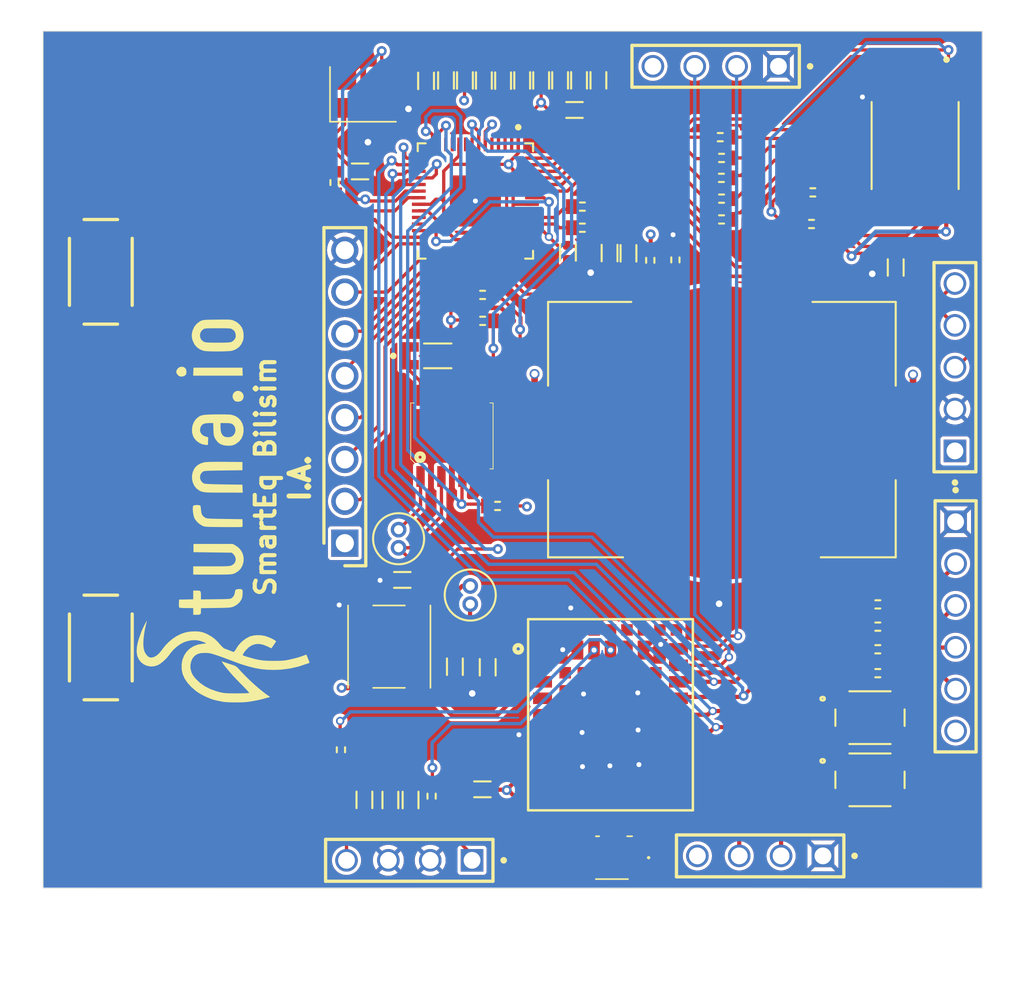
<source format=kicad_pcb>
(kicad_pcb (version 20230606) (generator pcbnew)
  (layers (0 "F.Cu" signal "Top Layer 1") (1 "In1.Cu" power "plane 1") (2 "In2.Cu" power "Plane 2") (31 "B.Cu" signal "Bottom Layer 1") (34 "B.Paste" user "Bottom Paste") (35 "F.Paste" user "Top Paste") (36 "B.SilkS" user "Bottom Overlay") (37 "F.SilkS" user "Top Overlay") (38 "B.Mask" user "Bottom Solder") (39 "F.Mask" user "Top Solder") (44 "Edge.Cuts" user))
  (property "SHEETTOTAL" "3")
  (net 0 "")
  (net 1 "NetR20_1")
  (net 2 "NetU4_1")
  (net 3 "NetR17_2")
  (net 4 "NetR16_2")
  (net 5 "NetR15_1")
  (net 6 "NetD1_C")
  (net 7 "NetC20_2")
  (net 8 "SWITCH 5")
  (net 9 "SWITCH 4")
  (net 10 "RGB LED")
  (net 11 "NetJ6_05")
  (net 12 "NetJ6_04")
  (net 13 "NetJ6_03")
  (net 14 "NetJ6_02")
  (net 15 "NetJ5_3")
  (net 16 "NetJ2_03")
  (net 17 "NetC21_1")
  (net 18 "NetC19_2")
  (net 19 "XOUT")
  (net 20 "XIN")
  (net 21 "USB D P")
  (net 22 "USB D N")
  (net 23 "TXD")
  (net 24 "SWITCH2")
  (net 25 "SWD")
  (net 26 "SWCLK")
  (net 27 "RXD")
  (net 28 "RUN")
  (net 29 "RESET")
  (net 30 "QSPI_SD3")
  (net 31 "QSPI_SD2")
  (net 32 "QSPI_SD1")
  (net 33 "QSPI_SD0")
  (net 34 "QSPI_SCLK")
  (net 35 "QSPI_CSN")
  (net 36 "NINAB410-CTS")
  (net 37 "NINAB401-RTS")
  (net 38 "NINAB401-DTR")
  (net 39 "NINAB401-DSR")
  (net 40 "NetR8_1")
  (net 41 "NetR7_1")
  (net 42 "NetR6_1")
  (net 43 "NetR5_1")
  (net 44 "NetR4_1")
  (net 45 "NetR3_1")
  (net 46 "NetR2_1")
  (net 47 "NetC1_1")
  (net 48 "NetC18_2")
  (net 49 "NetC17_2")
  (net 50 "I2C SDA")
  (net 51 "I2C SCL")
  (net 52 "GPIO23")
  (net 53 "GPIO22")
  (net 54 "GPIO21")
  (net 55 "GPIO20")
  (net 56 "GND")
  (net 57 "BLE NFC2")
  (net 58 "BLE NFC1")
  (net 59 "BLE IO 35")
  (net 60 "BLE IO34")
  (net 61 "BLE IO25")
  (net 62 "BLE IO24")
  (net 63 "+3V3")
  (net 64 "+1V1")
  (footprint "PcbLib1.PcbLib:C_0402" (layer "F.Cu") (at 146.66235 125.00843)
    (property "Reference" "C16")
    (property "Value" "0.1uF" hide)
  )
  (footprint "PcbLib1.PcbLib:Res_0402" (layer "F.Cu") (at 161.17816 90.41787)
    (property "Reference" "R6")
    (property "Value" "27R" hide)
  )
  (footprint "PcbLib1.PcbLib:Header_4Ways_2x54_Male" (layer "F.Cu") (at 167.3311 129.04877 180)
    (property "Reference" "J8")
    (property "Value" "Header_4Ways_2x54_Male" hide)
  )
  (footprint "PcbLib1.PcbLib:W25Q128JVSIQ" (layer "F.Cu") (at 172.9261 85.93271 -90)
    (property "Reference" "U2")
    (property "Value" "W25Q128JVSIQ" hide)
  )
  (footprint "PcbLib1.PcbLib:c_0402" (layer "F.Cu") (at 149.07788 81.981 90)
    (property "Reference" "C6")
    (property "Value" "100nF" hide)
  )
  (footprint "PcbLib1.PcbLib:c_0402" (layer "F.Cu") (at 147.91736 81.99343 90)
    (property "Reference" "C7")
    (property "Value" "100nF" hide)
  )
  (footprint "PcbLib1.PcbLib:C_0402" (layer "F.Cu") (at 142.3011 125.65771 90)
    (property "Reference" "C21")
    (property "Value" "330pF" hide)
  )
  (footprint "PcbLib1.PcbLib:Res_0402" (layer "F.Cu") (at 166.6386 90.69521)
    (property "Reference" "R10")
    (property "Value" "DNP" hide)
  )
  (footprint "PcbLib1.PcbLib:Res_0402" (layer "F.Cu") (at 170.66236 115.13343 180)
    (property "Reference" "R13")
    (property "Value" "1K" hide)
  )
  (footprint "PcbLib1.PcbLib:Header_4Ways_2x54_Male" (layer "F.Cu") (at 164.6311 81.12377 180)
    (property "Reference" "J7")
    (property "Value" "Header_4Ways_2x54_Male" hide)
  )
  (footprint "PcbLib1.PcbLib:Res_0402" (layer "F.Cu") (at 152.73136 89.63907)
    (property "Reference" "R8")
    (property "Value" "27R" hide)
  )
  (footprint "PcbLib1.PcbLib:c_0402" (layer "F.Cu") (at 151.37785 81.97781 90)
    (property "Reference" "C4")
    (property "Value" "100nF" hide)
  )
  (footprint "PcbLib1.PcbLib:CAPC1005X55N" (layer "F.Cu") (at 144.45288 81.981 90)
    (property "Reference" "C10")
    (property "Value" "100nF" hide)
  )
  (footprint "PcbLib1.PcbLib:Coin Cell Battery Holder" (layer "F.Cu") (at 161.1986 103.37521 180)
    (property "Reference" "J3")
    (property "Value" "CR2032" hide)
  )
  (footprint "PcbLib1.PcbLib:Res_0402" (layer "F.Cu") (at 161.1786 86.68521)
    (property "Reference" "R5")
    (property "Value" "27R" hide)
  )
  (footprint "PcbLib1.PcbLib:Res_0402" (layer "F.Cu") (at 152.72856 90.92073)
    (property "Reference" "R7")
    (property "Value" "27R" hide)
  )
  (footprint "PcbLib1.PcbLib:c_0402" (layer "F.Cu") (at 153.70288 81.976 90)
    (property "Reference" "C2")
    (property "Value" "100nF" hide)
  )
  (footprint "PcbLib1.PcbLib:WS28128-B" (layer "F.Cu") (at 138.50737 118.84957 90)
    (property "Reference" "RGB LED 1")
    (property "Value" "WS28128-B" hide)
  )
  (footprint "PcbLib1.PcbLib:C_0402" (layer "F.Cu") (at 146.98377 117.60143 90)
    (property "Reference" "C17")
    (property "Value" "22pF" hide)
  )
  (footprint "PcbLib1.PcbLib:Res_0402" (layer "F.Cu") (at 158.3761 92.87377 -90)
    (property "Reference" "R21")
    (property "Value" "100K" hide)
  )
  (footprint "PcbLib1.PcbLib:QFN40P700X700X90-57N" (layer "F.Cu") (at 146.23735 89.29843 -90)
    (property "Reference" "U1")
    (property "Value" "RP2040" hide)
  )
  (footprint "PcbLib1.PcbLib:Res_0402" (layer "F.Cu") (at 170.66236 116.50843 180)
    (property "Reference" "R12")
    (property "Value" "1K" hide)
  )
  (footprint "PcbLib1.PcbLib:Res_0402" (layer "F.Cu") (at 143.5786 125.42521 90)
    (property "Reference" "R19")
    (property "Value" "0R" hide)
  )
  (footprint "PcbLib1.PcbLib:XTAL_ECS-3X8X" (layer "F.Cu") (at 145.92405 113.2179 -90)
    (property "Reference" "Y2")
    (property "Value" "32.768 kHz" hide)
  )
  (footprint "PcbLib1.PcbLib:C_0402" (layer "F.Cu") (at 139.23735 87.50343)
    (property "Reference" "C1")
    (property "Value" "27pF" hide)
  )
  (footprint "PcbLib1.PcbLib:Header_8Ways_2x54" (layer "F.Cu") (at 138.31235 110.06843 90)
    (property "Reference" "J1")
    (property "Value" "Header 8 way 2x54" hide)
  )
  (footprint "PcbLib1.PcbLib:c_0402" (layer "F.Cu") (at 150.22788 81.981 90)
    (property "Reference" "C5")
    (property "Value" "100nF" hide)
  )
  (footprint "PcbLib1.PcbLib:DIO_LL4148" (layer "F.Cu") (at 143.9511 98.69877)
    (property "Reference" "D1")
    (property "Value" "LL4148" hide)
  )
  (footprint "PcbLib1.PcbLib:c_0402" (layer "F.Cu") (at 155.52856 92.47572 -90)
    (property "Reference" "C12")
    (property "Value" "100nF" hide)
  )
  (footprint "PcbLib1.PcbLib:c_0402" (layer "F.Cu") (at 146.75288 81.986 90)
    (property "Reference" "C8")
    (property "Value" "100nF" hide)
  )
  (footprint "PcbLib1.PcbLib:C_0402" (layer "F.Cu") (at 171.7486 93.33521 -90)
    (property "Reference" "C15")
    (property "Value" "100nF" hide)
  )
  (footprint "PcbLib1.PcbLib:SKRPANE010" (layer "F.Cu") (at 170.18735 124.43343)
    (property "Reference" "S1")
    (property "Value" "SKRPANE010" hide)
  )
  (footprint "PcbLib1.PcbLib:C_0402" (layer "F.Cu") (at 144.99217 117.56616 90)
    (property "Reference" "C18")
    (property "Value" "22pF" hide)
  )
  (footprint "PcbLib1.PcbLib:C_0402" (layer "F.Cu") (at 143.24235 82.00843 90)
    (property "Reference" "C14")
    (property "Value" "27pF" hide)
  )
  (footprint "PcbLib1.PcbLib:Res_0402" (layer "F.Cu") (at 170.66236 117.95843 180)
    (property "Reference" "R11")
    (property "Value" "1K" hide)
  )
  (footprint "PcbLib1.PcbLib:Res_0402" (layer "F.Cu") (at 147.58405 107.8079)
    (property "Reference" "R15")
    (property "Value" "4.7K" hide)
  )
  (footprint "PcbLib1.PcbLib:UFLRSMT10" (layer "F.Cu") (at 154.5011 129.15771 180)
    (property "Reference" "J5")
    (property "Value" "U.FL-R-SMT_10" hide)
  )
  (footprint "PcbLib1.PcbLib:Res_0402" (layer "F.Cu") (at 170.66236 113.78343 180)
    (property "Reference" "R14")
    (property "Value" "1K" hide)
  )
  (footprint "PcbLib1.PcbLib:Res_0402" (layer "F.Cu") (at 146.6761 96.57377)
    (property "Reference" "R17")
    (property "Value" "4.7K %5" hide)
  )
  (footprint "Logo.Preety:logo" (layer "F.Cu") (at 130.92405 108.1279 90)
    (property "Reference" "G***" hide)
    (property "Value" "LOGO" hide)
  )
  (footprint "PcbLib1.PcbLib:TL 3342" (layer "F.Cu") (at 123.5011 93.59877 90)
    (property "Reference" "SWITCH4")
    (property "Value" "TL 3342" hide)
  )
  (footprint "PcbLib1.PcbLib:Res_0402" (layer "F.Cu") (at 161.1786 89.15522)
    (property "Reference" "R2")
    (property "Value" "27R" hide)
  )
  (footprint "PcbLib1.PcbLib:Res_0402" (layer "F.Cu") (at 166.7186 88.77522 180)
    (property "Reference" "R9")
    (property "Value" "10K" hide)
  )
  (footprint "PcbLib1.PcbLib:c_0402" (layer "F.Cu") (at 154.3811 92.45918 -90)
    (property "Reference" "C13")
    (property "Value" "100nF" hide)
  )
  (footprint "PcbLib1.PcbLib:Res_0402" (layer "F.Cu") (at 138.0761 122.60771 90)
    (property "Reference" "R18")
    (property "Value" "0R" hide)
  )
  (footprint "PcbLib1.PcbLib:PCF8563" (layer "F.Cu") (at 142.9061 106.02377)
    (property "Reference" "U4")
    (property "Value" "PCF8563" hide)
  )
  (footprint "PcbLib1.PcbLib:Res_0402" (layer "F.Cu") (at 137.68735 88.17843 -90)
    (property "Reference" "R1")
    (property "Value" "1K" hide)
  )
  (footprint "PcbLib1.PcbLib:c_0402" (layer "F.Cu") (at 151.85356 92.42073 -90)
    (property "Reference" "C11")
    (property "Value" "1uF" hide)
  )
  (footprint "PcbLib1.PcbLib:Res_0402" (layer "F.Cu") (at 161.1686 87.89521)
    (property "Reference" "R3")
    (property "Value" "27R" hide)
  )
  (footprint "PcbLib1.PcbLib:TL 3342" (layer "F.Cu") (at 123.5011 116.39877 90)
    (property "Reference" "SWITCH5")
    (property "Value" "TL 3342" hide)
  )
  (footprint "PcbLib1.PcbLib:c_0402" (layer "F.Cu") (at 145.60288 81.981 90)
    (property "Reference" "C9")
    (property "Value" "100nF" hide)
  )
  (footprint "PcbLib1.PcbLib:c_0402" (layer "F.Cu") (at 152.2511 83.77377)
    (property "Reference" "C22")
    (property "Value" "1uF" hide)
  )
  (footprint "PcbLib1.PcbLib:Header 5 Ways 2x54" (layer "F.Cu") (at 175.34405 99.3879 -90)
    (property "Reference" "J2")
    (property "Value" "Header 5 Ways 2x54" hide)
  )
  (footprint "PcbLib1.PcbLib:c_0402" (layer "F.Cu") (at 152.52788 81.976 90)
    (property "Reference" "C3")
    (property "Value" "100nF" hide)
  )
  (footprint "PcbLib1.PcbLib:XTAL_ECS-3X8X" (layer "F.Cu") (at 141.5761 109.79877 -90)
    (property "Reference" "Y3")
    (property "Value" "32.768 kHz" hide)
  )
  (footprint "PcbLib1.PcbLib:C_0402" (layer "F.Cu") (at 141.0761 125.65771 -90)
    (property "Reference" "C19")
    (property "Value" "330pF" hide)
  )
  (footprint "PcbLib1.PcbLib:SKRPANE010" (layer "F.Cu") (at 170.18735 120.65843)
    (property "Reference" "S2")
    (property "Value" "SKRPANE010" hide)
  )
  (footprint "PcbLib1.PcbLib:NINA_LGA67R_1160X1000X223_PIN - duplicate" (layer "F.Cu") (at 154.43735 120.40843 -90)
    (property "Reference" "U3")
    (property "Value" "NINA-B411" hide)
  )
  (footprint "PcbLib1.PcbLib:Crystal_SMD_3225-4Pin_3.2x2.5mm" (layer "F.Cu") (at 138.3011 81.94877)
    (property "Reference" "Y1")
    (property "Value" "12000MHz" hide)
  )
  (footprint "PcbLib1.PcbLib:Res_0402" (layer "F.Cu") (at 146.6761 94.99877)
    (property "Reference" "R16")
    (property "Value" "4.7K %5" hide)
  )
  (footprint "PcbLib1.PcbLib:c_0402" (layer "F.Cu") (at 141.8011 112.29877)
    (property "Reference" "C20")
    (property "Value" "22pF" hide)
  )
  (footprint "PcbLib1.PcbLib:Header_4Ways_2x54_Male" (layer "F.Cu") (at 146.03405 129.3179 180)
    (property "Reference" "J9")
    (property "Value" "Header_4Ways_2x54_Male" hide)
  )
  (footprint "PcbLib1.PcbLib:Res_0402" (layer "F.Cu") (at 156.8511 92.89877 90)
    (property "Reference" "R20")
    (property "Value" "100K" hide)
  )
  (footprint "PcbLib1.PcbLib:Header_6Ways_2x54" (layer "F.Cu") (at 175.38405 115.1179 90)
    (property "Reference" "J6")
    (property "Value" "Header_6Ways_2x54" hide)
  )
  (footprint "PcbLib1.PcbLib:Res_0402" (layer "F.Cu") (at 161.0986 85.42521)
    (property "Reference" "R4")
    (property "Value" "27R" hide)
  )
  (footprint "PcbLib1.PcbLib:C_0402" (layer "F.Cu") (at 139.5011 125.64877 -90)
    (property "Reference" "C23")
    (property "Value" "DNP" hide)
  )
  (gr_line (start 120.0011 130.99877) (end 120.0011 78.99877) (stroke (width 0.05)) (layer "Edge.Cuts"))
  (gr_line (start 120.0011 78.99877) (end 177.0011 78.99877) (stroke (width 0.05)) (layer "Edge.Cuts"))
  (gr_line (start 177.0011 131.00843) (end 120.0011 130.99877) (stroke (width 0.05)) (layer "Edge.Cuts"))
  (gr_line (start 177.0011 78.99877) (end 177.0011 131.00843) (stroke (width 0.05)) (layer "Edge.Cuts"))
  (gr_text "I.A.\n" (at 136.28405 107.6879 90) (layer "F.SilkS") (effects (font (size 1.2 1.2) (thickness 0.3) bold) (justify left bottom)))
  (gr_text "SmartEq Bilisim" (at 134.20405 113.4179 90) (layer "F.SilkS") (effects (font (size 1.2 1.2) (thickness 0.25) bold) (justify left bottom)))
  (segment (start 156.8511 93.54877) (end 156.8761 93.52377) (width 0.2) (layer "F.Cu") (net 1))
  (segment (start 147.63735 93.33502) (end 147.63735 92.73343) (width 0.2) (layer "F.Cu") (net 1))
  (segment (start 156.8761 93.52377) (end 158.3761 93.52377) (width 0.2) (layer "F.Cu") (net 1))
  (segment (start 149.2511 94.94877) (end 155.9761 94.94877) (width 0.2) (layer "F.Cu") (net 1))
  (segment (start 156.84325 94.08161) (end 156.84325 93.55662) (width 0.2) (layer "F.Cu") (net 1))
  (segment (start 156.84325 93.55662) (end 156.8511 93.54877) (width 0.2) (layer "F.Cu") (net 1))
  (segment (start 155.9761 94.94877) (end 156.84325 94.08161) (width 0.2) (layer "F.Cu") (net 1))
  (segment (start 147.63735 93.33502) (end 149.2511 94.94877) (width 0.2) (layer "F.Cu") (net 1))
  (segment (start 141.5761 109.24877) (end 142.9061 107.91877) (width 0.2) (layer "F.Cu") (net 2))
  (segment (start 142.9061 107.91877) (end 142.9061 106.02377) (width 0.2) (layer "F.Cu") (net 2))
  (segment (start 147.3261 98.24877) (end 147.3261 96.57377) (width 0.2) (layer "F.Cu") (net 3))
  (segment (start 146.0261 84.67479) (end 146.43735 85.08604) (width 0.2) (layer "F.Cu") (net 3))
  (segment (start 145.7761 99.94877) (end 146.4511 99.94877) (width 0.2) (layer "F.Cu") (net 3))
  (segment (start 147.3261 96.57377) (end 147.3261 96.57377) (width 0.2) (layer "F.Cu") (net 3))
  (segment (start 147.3261 99.07377) (end 147.3261 98.24877) (width 0.2) (layer "F.Cu") (net 3))
  (segment (start 145.5661 100.97377) (end 145.5661 100.15877) (width 0.2) (layer "F.Cu") (net 3))
  (segment (start 146.43735 85.86343) (end 146.43735 85.08604) (width 0.2) (layer "F.Cu") (net 3))
  (segment (start 145.4461 101.09377) (end 145.5661 100.97377) (width 0.2) (layer "F.Cu") (net 3))
  (segment (start 145.5661 100.15877) (end 145.7761 99.94877) (width 0.2) (layer "F.Cu") (net 3))
  (segment (start 147.3261 98.24877) (end 147.3261 98.24877) (width 0.2) (layer "F.Cu") (net 3))
  (segment (start 146.0261 84.67479) (end 146.0261 84.64877) (width 0.2) (layer "F.Cu") (net 3))
  (segment (start 146.4511 99.94877) (end 147.3261 99.07377) (width 0.2) (layer "F.Cu") (net 3))
  (via (at 146.0261 84.64877) (size 0.6) (drill 0.3) (layers "F.Cu" "B.Cu") (net 3))
  (via (at 147.3261 98.24877) (size 0.6) (drill 0.3) (layers "F.Cu" "B.Cu") (net 3))
  (segment (start 151.6011 91.87377) (end 151.6011 88.57377) (width 0.2) (layer "B.Cu") (net 3))
  (segment (start 149.3011 86.27377) (end 151.6011 88.57377) (width 0.2) (layer "B.Cu") (net 3))
  (segment (start 147.3261 96.14877) (end 151.6011 91.87377) (width 0.2) (layer "B.Cu") (net 3))
  (segment (start 146.9761 86.27377) (end 149.3011 86.27377) (width 0.2) (layer "B.Cu") (net 3))
  (segment (start 146.0261 85.32377) (end 146.9761 86.27377) (width 0.2) (layer "B.Cu") (net 3))
  (segment (start 147.3261 98.24877) (end 147.3261 96.14877) (width 0.2) (layer "B.Cu") (net 3))
  (segment (start 146.0261 85.32377) (end 146.0261 84.64877) (width 0.2) (layer "B.Cu") (net 3))
  (segment (start 146.83735 85.08354) (end 147.2511 84.66979) (width 0.2) (layer "F.Cu") (net 4))
  (segment (start 148.99956 97.0503) (end 148.99956 96.37223) (width 0.2) (layer "F.Cu") (net 4))
  (segment (start 146.8711 100.55877) (end 146.96826 100.55877) (width 0.2) (layer "F.Cu") (net 4))
  (segment (start 146.83735 85.86343) (end 146.83735 85.08354) (width 0.2) (layer "F.Cu") (net 4))
  (segment (start 147.3261 94.99877) (end 147.55895 95.23161) (width 0.2) (layer "F.Cu") (net 4))
  (segment (start 147.2511 84.66979) (end 147.2511 84.64877) (width 0.2) (layer "F.Cu") (net 4))
  (segment (start 148.9511 98.57593) (end 148.9511 97.09877) (width 0.2) (layer "F.Cu") (net 4))
  (segment (start 148.9511 97.09877) (end 148.99956 97.0503) (width 0.2) (layer "F.Cu") (net 4))
  (segment (start 146.7161 101.09377) (end 146.7161 100.71377) (width 0.2) (layer "F.Cu") (net 4))
  (segment (start 147.55895 95.23161) (end 147.85895 95.23161) (width 0.2) (layer "F.Cu") (net 4))
  (segment (start 147.85895 95.23161) (end 148.99956 96.37223) (width 0.2) (layer "F.Cu") (net 4))
  (segment (start 146.96826 100.55877) (end 148.9511 98.57593) (width 0.2) (layer "F.Cu") (net 4))
  (segment (start 146.7161 100.71377) (end 146.8711 100.55877) (width 0.2) (layer "F.Cu") (net 4))
  (via (at 148.9511 97.09877) (size 0.6) (drill 0.3) (layers "F.Cu" "B.Cu") (net 4))
  (via (at 147.2511 84.64877) (size 0.6) (drill 0.3) (layers "F.Cu" "B.Cu") (net 4))
  (segment (start 148.9511 95.19877) (end 152.0761 92.07377) (width 0.2) (layer "B.Cu") (net 4))
  (segment (start 152.0761 92.07377) (end 152.0761 88.32377) (width 0.2) (layer "B.Cu") (net 4))
  (segment (start 146.8761 85.49877) (end 147.1761 85.79877) (width 0.2) (layer "B.Cu") (net 4))
  (segment (start 146.8761 85.49877) (end 146.8761 85.12229) (width 0.2) (layer "B.Cu") (net 4))
  (segment (start 147.1761 85.79877) (end 149.5511 85.79877) (width 0.2) (layer "B.Cu") (net 4))
  (segment (start 149.5511 85.79877) (end 152.0761 88.32377) (width 0.2) (layer "B.Cu") (net 4))
  (segment (start 147.2511 84.7473) (end 147.2511 84.64877) (width 0.2) (layer "B.Cu") (net 4))
  (segment (start 148.9511 97.09877) (end 148.9511 95.19877) (width 0.2) (layer "B.Cu") (net 4))
  (segment (start 146.8761 85.12229) (end 147.2511 84.7473) (width 0.2) (layer "B.Cu") (net 4))
  (segment (start 144.03735 85.13752) (end 144.4511 84.72377) (width 0.2) (layer "F.Cu") (net 5))
  (segment (start 146.82492 107.69877) (end 145.4011 107.69877) (width 0.2) (layer "F.Cu") (net 5))
  (segment (start 144.03735 85.86343) (end 144.03735 85.13752) (width 0.2) (layer "F.Cu") (net 5))
  (segment (start 145.4236 107.67627) (end 145.4236 106.04627) (width 0.2) (layer "F.Cu") (net 5))
  (segment (start 145.4236 106.04627) (end 145.4461 106.02377) (width 0.2) (layer "F.Cu") (net 5))
  (segment (start 146.93405 107.8079) (end 146.82492 107.69877) (width 0.2) (layer "F.Cu") (net 5))
  (segment (start 145.4011 107.69877) (end 145.4236 107.67627) (width 0.2) (layer "F.Cu") (net 5))
  (via (at 144.4511 84.72377) (size 0.6) (drill 0.3) (layers "F.Cu" "B.Cu") (net 5))
  (via (at 145.4011 107.69877) (size 0.6) (drill 0.3) (layers "F.Cu" "B.Cu") (net 5))
  (segment (start 142.1261 104.42377) (end 145.4011 107.69877) (width 0.2) (layer "B.Cu") (net 5))
  (segment (start 144.7761 88.47377) (end 144.7761 86.49877) (width 0.2) (layer "B.Cu") (net 5))
  (segment (start 142.1261 91.12377) (end 144.7761 88.47377) (width 0.2) (layer "B.Cu") (net 5))
  (segment (start 142.1261 104.42377) (end 142.1261 91.12377) (width 0.2) (layer "B.Cu") (net 5))
  (segment (start 144.4511 86.17377) (end 144.7761 86.49877) (width 0.2) (layer "B.Cu") (net 5))
  (segment (start 144.4511 86.17377) (end 144.4511 84.72377) (width 0.2) (layer "B.Cu") (net 5))
  (segment (start 142.2011 99.54877) (end 142.9061 100.25377) (width 0.2) (layer "F.Cu") (net 6))
  (segment (start 142.0011 98.69877) (end 142.2011 98.89877) (width 0.2) (layer "F.Cu") (net 6))
  (segment (start 142.2011 99.54877) (end 142.2011 98.89877) (width 0.2) (layer "F.Cu") (net 6))
  (segment (start 142.9061 101.09377) (end 142.9061 100.25377) (width 0.2) (layer "F.Cu") (net 6))
  (segment (start 142.2511 110.34877) (end 144.1761 108.42377) (width 0.2) (layer "F.Cu") (net 7))
  (segment (start 142.2311 112.29877) (end 142.2311 111.00377) (width 0.2) (layer "F.Cu") (net 7))
  (segment (start 144.1761 108.42377) (end 144.1761 106.02377) (width 0.2) (layer "F.Cu") (net 7))
  (segment (start 141.5761 110.34877) (end 142.2511 110.34877) (width 0.2) (layer "F.Cu") (net 7))
  (segment (start 141.5761 110.34877) (end 142.2311 111.00377) (width 0.2) (layer "F.Cu") (net 7))
  (segment (start 125.4011 113.24877) (end 125.4011 112.89877) (width 0.254) (layer "F.Cu") (net 8))
  (segment (start 121.6011 113.24877) (end 125.4011 113.24877) (width 0.254) (layer "F.Cu") (net 8))
  (segment (start 139.9011 93.57377) (end 141.57644 91.89843) (width 0.2) (layer "F.Cu") (net 8))
  (segment (start 127.0261 111.27377) (end 127.0261 96.54877) (width 0.254) (layer "F.Cu") (net 8))
  (segment (start 125.4011 112.89877) (end 127.0261 111.27377) (width 0.254) (layer "F.Cu") (net 8))
  (segment (start 130.0011 93.57377) (end 139.9011 93.57377) (width 0.254) (layer "F.Cu") (net 8))
  (segment (start 141.57644 91.89843) (end 142.80235 91.89843) (width 0.2) (layer "F.Cu") (net 8))
  (segment (start 127.0261 96.54877) (end 130.0011 93.57377) (width 0.254) (layer "F.Cu") (net 8))
  (segment (start 140.1261 90.44877) (end 141.17576 91.49843) (width 0.2) (layer "F.Cu") (net 9))
  (segment (start 125.4011 90.44877) (end 140.1261 90.44877) (width 0.254) (layer "F.Cu") (net 9))
  (segment (start 121.6011 90.44877) (end 125.4011 90.44877) (width 0.254) (layer "F.Cu") (net 9))
  (segment (start 141.17576 91.49843) (end 142.80235 91.49843) (width 0.2) (layer "F.Cu") (net 9))
  (segment (start 145.16818 110.42377) (end 147.6011 110.42377) (width 0.2) (layer "F.Cu") (net 10))
  (segment (start 142.65737 112.93458) (end 145.16818 110.42377) (width 0.2) (layer "F.Cu") (net 10))
  (segment (start 143.86567 87.08509) (end 143.89214 87.05862) (width 0.2) (layer "F.Cu") (net 10))
  (segment (start 142.80235 87.89843) (end 143.62586 87.89843) (width 0.2) (layer "F.Cu") (net 10))
  (segment (start 143.62586 87.89843) (end 143.86567 87.65862) (width 0.2) (layer "F.Cu") (net 10))
  (segment (start 143.86567 87.65862) (end 143.86567 87.08509) (width 0.2) (layer "F.Cu") (net 10))
  (segment (start 142.65737 113.89957) (end 142.65737 112.93458) (width 0.2) (layer "F.Cu") (net 10))
  (via (at 143.89214 87.05862) (size 0.6) (drill 0.3) (layers "F.Cu" "B.Cu") (net 10))
  (via (at 147.6011 110.42377) (size 0.6) (drill 0.3) (layers "F.Cu" "B.Cu") (net 10))
  (segment (start 141.7011 105.29877) (end 146.8261 110.42377) (width 0.2) (layer "B.Cu") (net 10))
  (segment (start 146.8261 110.42377) (end 147.6011 110.42377) (width 0.2) (layer "B.Cu") (net 10))
  (segment (start 141.7011 89.24966) (end 143.89214 87.05862) (width 0.2) (layer "B.Cu") (net 10))
  (segment (start 141.7011 105.29877) (end 141.7011 89.24966) (width 0.2) (layer "B.Cu") (net 10))
  (segment (start 171.41236 117.85843) (end 174.31458 117.85843) (width 0.254) (layer "F.Cu") (net 11))
  (segment (start 171.31236 117.95843) (end 171.41236 117.85843) (width 0.254) (layer "F.Cu") (net 11))
  (segment (start 174.31458 117.85843) (end 175.38405 118.9279) (width 0.254) (layer "F.Cu") (net 11))
  (segment (start 175.36924 116.40271) (end 175.38405 116.3879) (width 0.254) (layer "F.Cu") (net 12))
  (segment (start 171.31236 116.50843) (end 171.41807 116.40271) (width 0.254) (layer "F.Cu") (net 12))
  (segment (start 171.41807 116.40271) (end 175.36924 116.40271) (width 0.254) (layer "F.Cu") (net 12))
  (segment (start 174.37424 114.85771) (end 175.38405 113.8479) (width 0.254) (layer "F.Cu") (net 13))
  (segment (start 171.31236 115.13343) (end 171.58807 114.85771) (width 0.254) (layer "F.Cu") (net 13))
  (segment (start 171.58807 114.85771) (end 174.37424 114.85771) (width 0.254) (layer "F.Cu") (net 13))
  (segment (start 175.38405 111.38977) (end 175.38405 111.3079) (width 0.254) (layer "F.Cu") (net 14))
  (segment (start 171.31236 113.68343) (end 171.53536 113.46043) (width 0.254) (layer "F.Cu") (net 14))
  (segment (start 171.53536 113.46043) (end 173.31339 113.46043) (width 0.254) (layer "F.Cu") (net 14))
  (segment (start 171.31236 113.78343) (end 171.31236 113.68343) (width 0.254) (layer "F.Cu") (net 14))
  (segment (start 173.31339 113.46043) (end 175.38405 111.38977) (width 0.254) (layer "F.Cu") (net 14))
  (segment (start 154.43735 127.56896) (end 154.5011 127.63271) (width 0.3) (layer "F.Cu") (net 15))
  (segment (start 154.43735 127.56896) (end 154.43735 125.40843) (width 0.3) (layer "F.Cu") (net 15))
  (segment (start 176.4011 93.27771) (end 175.18052 92.05713) (width 0.2) (layer "F.Cu") (net 16))
  (segment (start 168.55356 89.44572) (end 167.90145 88.79361) (width 0.2) (layer "F.Cu") (net 16))
  (segment (start 176.4011 98.44771) (end 176.4011 93.27771) (width 0.2) (layer "F.Cu") (net 16))
  (segment (start 167.90145 88.79361) (end 167.387 88.79361) (width 0.2) (layer "F.Cu") (net 16))
  (segment (start 168.55356 90.92057) (end 168.55356 89.44572) (width 0.2) (layer "F.Cu") (net 16))
  (segment (start 175.4511 99.39771) (end 176.4011 98.44771) (width 0.2) (layer "F.Cu") (net 16))
  (segment (start 167.387 88.79361) (end 167.3686 88.77522) (width 0.2) (layer "F.Cu") (net 16))
  (segment (start 169.69013 92.05713) (end 168.55356 90.92057) (width 0.2) (layer "F.Cu") (net 16))
  (segment (start 175.18052 92.05713) (end 169.69013 92.05713) (width 0.2) (layer "F.Cu") (net 16))
  (segment (start 139.5011 126.85771) (end 139.89111 127.24772) (width 0.2) (layer "F.Cu") (net 17))
  (segment (start 146.03405 128.98161) (end 146.03405 129.3179) (width 0.2) (layer "F.Cu") (net 17))
  (segment (start 142.3011 127.24772) (end 142.3061 127.24772) (width 0.2) (layer "F.Cu") (net 17))
  (segment (start 139.89111 127.24772) (end 142.3011 127.24772) (width 0.2) (layer "F.Cu") (net 17))
  (segment (start 139.5011 126.85771) (end 139.5011 126.07877) (width 0.2) (layer "F.Cu") (net 17))
  (segment (start 142.3061 127.24772) (end 144.30016 127.24772) (width 0.2) (layer "F.Cu") (net 17))
  (segment (start 143.4786 126.07521) (end 143.5786 126.07521) (width 0.2) (layer "F.Cu") (net 17))
  (segment (start 142.3011 127.24772) (end 142.3011 126.08771) (width 0.2) (layer "F.Cu") (net 17))
  (segment (start 142.3061 127.24772) (end 143.4786 126.07521) (width 0.2) (layer "F.Cu") (net 17))
  (segment (start 144.30016 127.24772) (end 146.03405 128.98161) (width 0.2) (layer "F.Cu") (net 17))
  (segment (start 138.41405 129.3179) (end 138.41405 128.3579) (width 0.2) (layer "F.Cu") (net 18))
  (segment (start 138.41405 128.3579) (end 138.07571 128.01956) (width 0.2) (layer "F.Cu") (net 18))
  (segment (start 138.0761 123.38564) (end 138.0761 123.25771) (width 0.2) (layer "F.Cu") (net 18))
  (segment (start 139.98394 125.23161) (end 140.3186 125.56627) (width 0.2) (layer "F.Cu") (net 18))
  (segment (start 138.07571 123.38603) (end 138.0761 123.38564) (width 0.2) (layer "F.Cu") (net 18))
  (segment (start 139.44157 125.15924) (end 139.51394 125.23161) (width 0.2) (layer "F.Cu") (net 18))
  (segment (start 138.07571 124.71233) (end 138.60328 124.71233) (width 0.2) (layer "F.Cu") (net 18))
  (segment (start 140.3186 125.88522) (end 140.3186 125.56627) (width 0.2) (layer "F.Cu") (net 18))
  (segment (start 138.07571 124.71233) (end 138.07571 123.38603) (width 0.2) (layer "F.Cu") (net 18))
  (segment (start 140.3186 125.88522) (end 140.5211 126.08771) (width 0.2) (layer "F.Cu") (net 18))
  (segment (start 139.0502 125.15924) (end 139.44157 125.15924) (width 0.2) (layer "F.Cu") (net 18))
  (segment (start 140.5211 126.08771) (end 141.0761 126.08771) (width 0.2) (layer "F.Cu") (net 18))
  (segment (start 139.51394 125.23161) (end 139.98394 125.23161) (width 0.2) (layer "F.Cu") (net 18))
  (segment (start 138.60328 124.71233) (end 139.0502 125.15924) (width 0.2) (layer "F.Cu") (net 18))
  (segment (start 138.07571 128.01956) (end 138.07571 124.71233) (width 0.2) (layer "F.Cu") (net 18))
  (segment (start 137.88861 89.36128) (end 138.4261 89.89877) (width 0.2) (layer "F.Cu") (net 19))
  (segment (start 141.3511 89.89877) (end 142.15144 89.09843) (width 0.2) (layer "F.Cu") (net 19))
  (segment (start 137.68735 88.82843) (end 137.88861 89.02969) (width 0.2) (layer "F.Cu") (net 19))
  (segment (start 142.15144 89.09843) (end 142.80235 89.09843) (width 0.2) (layer "F.Cu") (net 19))
  (segment (start 138.4261 89.89877) (end 141.3511 89.89877) (width 0.2) (layer "F.Cu") (net 19))
  (segment (start 137.88861 89.36128) (end 137.88861 89.02969) (width 0.2) (layer "F.Cu") (net 19))
  (segment (start 139.6511 89.29877) (end 141.38542 89.29877) (width 0.2) (layer "F.Cu") (net 20))
  (segment (start 140.5011 81.94877) (end 141.4511 81.94877) (width 0.2) (layer "F.Cu") (net 20))
  (segment (start 141.94076 82.43843) (end 143.24235 82.43843) (width 0.2) (layer "F.Cu") (net 20))
  (segment (start 139.5511 89.19877) (end 139.6511 89.29877) (width 0.2) (layer "F.Cu") (net 20))
  (segment (start 141.98576 88.69843) (end 142.80235 88.69843) (width 0.2) (layer "F.Cu") (net 20))
  (segment (start 140.5011 81.94877) (end 140.5511 81.89877) (width 0.2) (layer "F.Cu") (net 20))
  (segment (start 143.23359 82.44719) (end 143.24235 82.43843) (width 0.2) (layer "F.Cu") (net 20))
  (segment (start 141.38542 89.29877) (end 141.98576 88.69843) (width 0.2) (layer "F.Cu") (net 20))
  (segment (start 141.4511 81.94877) (end 141.94076 82.43843) (width 0.2) (layer "F.Cu") (net 20))
  (segment (start 140.5511 81.89877) (end 140.5511 80.19877) (width 0.2) (layer "F.Cu") (net 20))
  (via (at 139.5511 89.19877) (size 0.6) (drill 0.3) (layers "F.Cu" "B.Cu") (net 20))
  (via (at 140.5511 80.19877) (size 0.6) (drill 0.3) (layers "F.Cu" "B.Cu") (net 20))
  (segment (start 138.1761 88.27377) (end 139.1011 89.19877) (width 0.2) (layer "B.Cu") (net 20))
  (segment (start 138.1761 82.57377) (end 140.5511 80.19877) (width 0.2) (layer "B.Cu") (net 20))
  (segment (start 138.1761 88.27377) (end 138.1761 82.57377) (width 0.2) (layer "B.Cu") (net 20))
  (segment (start 139.1011 89.19877) (end 139.5511 89.19877) (width 0.2) (layer "B.Cu") (net 20))
  (segment (start 153.5185 89.77621) (end 158.50906 89.77621) (width 0.2174) (layer "F.Cu") (net 21))
  (segment (start 153.38136 89.63907) (end 153.5185 89.77621) (width 0.2174) (layer "F.Cu") (net 21))
  (segment (start 162.02857 93.29572) (end 165.30295 93.29572) (width 0.2174) (layer "F.Cu") (net 21))
  (segment (start 174.36232 95.28963) (end 175.34405 94.3079) (width 0.2174) (layer "F.Cu") (net 21))
  (segment (start 158.50906 89.77621) (end 162.02857 93.29572) (width 0.2174) (layer "F.Cu") (net 21))
  (segment (start 167.29685 95.28963) (end 174.36232 95.28963) (width 0.2174) (layer "F.Cu") (net 21))
  (segment (start 165.30295 93.29572) (end 167.29685 95.28963) (width 0.2174) (layer "F.Cu") (net 21))
  (segment (start 153.62856 90.59383) (end 158.45167 90.59383) (width 0.2174) (layer "F.Cu") (net 22))
  (segment (start 161.72857 93.87073) (end 165.20411 93.87073) (width 0.2174) (layer "F.Cu") (net 22))
  (segment (start 153.37856 90.92073) (end 153.37856 90.84383) (width 0.2174) (layer "F.Cu") (net 22))
  (segment (start 158.45167 90.59383) (end 161.72857 93.87073) (width 0.2174) (layer "F.Cu") (net 22))
  (segment (start 167.09645 95.76307) (end 174.25922 95.76307) (width 0.2174) (layer "F.Cu") (net 22))
  (segment (start 174.25922 95.76307) (end 175.35386 96.85771) (width 0.2174) (layer "F.Cu") (net 22))
  (segment (start 153.37856 90.84383) (end 153.62856 90.59383) (width 0.2174) (layer "F.Cu") (net 22))
  (segment (start 165.20411 93.87073) (end 167.09645 95.76307) (width 0.2174) (layer "F.Cu") (net 22))
  (segment (start 169.78935 115.45643) (end 170.01235 115.23343) (width 0.254) (layer "F.Cu") (net 23))
  (segment (start 158.64615 119.39963) (end 162.44615 119.39963) (width 0.254) (layer "F.Cu") (net 23))
  (segment (start 143.32729 85.16945) (end 143.52908 85.16945) (width 0.2) (layer "F.Cu") (net 23))
  (segment (start 143.63735 85.86343) (end 143.63735 85.27772) (width 0.2) (layer "F.Cu") (net 23))
  (segment (start 143.52908 85.16945) (end 143.63735 85.27772) (width 0.2) (layer "F.Cu") (net 23))
  (segment (start 170.01235 115.23343) (end 170.01235 115.13343) (width 0.254) (layer "F.Cu") (net 23))
  (segment (start 158.56235 119.48343) (end 158.64615 119.39963) (width 0.254) (layer "F.Cu") (net 23))
  (segment (start 162.51235 119.33343) (end 166.38935 115.45643) (width 0.254) (layer "F.Cu") (net 23))
  (segment (start 143.22856 85.07072) (end 143.32729 85.16945) (width 0.2) (layer "F.Cu") (net 23))
  (segment (start 166.38935 115.45643) (end 169.78935 115.45643) (width 0.254) (layer "F.Cu") (net 23))
  (segment (start 162.44615 119.39963) (end 162.51235 119.33343) (width 0.254) (layer "F.Cu") (net 23))
  (via (at 143.22856 85.07072) (size 0.6) (drill 0.3) (layers "F.Cu" "B.Cu") (net 23))
  (via (at 162.51235 119.33343) (size 0.6) (drill 0.3) (layers "F.Cu" "B.Cu") (net 23))
  (segment (start 143.6011 83.82377) (end 145.0011 83.82377) (width 0.2) (layer "B.Cu") (net 23))
  (segment (start 146.4261 108.79877) (end 146.4261 107.52377) (width 0.2) (layer "B.Cu") (net 23))
  (segment (start 142.5511 91.27377) (end 145.3511 88.47377) (width 0.2) (layer "B.Cu") (net 23))
  (segment (start 143.22856 84.1963) (end 143.6011 83.82377) (width 0.2) (layer "B.Cu") (net 23))
  (segment (start 143.22856 85.07072) (end 143.22856 84.1963) (width 0.2) (layer "B.Cu") (net 23))
  (segment (start 146.4261 108.79877) (end 147.3261 109.69877) (width 0.2) (layer "B.Cu") (net 23))
  (segment (start 145.0011 83.82377) (end 145.3511 84.17377) (width 0.2) (layer "B.Cu") (net 23))
  (segment (start 142.5511 103.64877) (end 142.5511 91.27377) (width 0.2) (layer "B.Cu") (net 23))
  (segment (start 142.5511 103.64877) (end 146.4261 107.52377) (width 0.2) (layer "B.Cu") (net 23))
  (segment (start 162.45455 119.27562) (end 162.51235 119.33343) (width 0.2) (layer "B.Cu") (net 23))
  (segment (start 162.45455 119.27562) (end 162.45455 118.83967) (width 0.2) (layer "B.Cu") (net 23))
  (segment (start 147.3261 109.69877) (end 153.31365 109.69877) (width 0.2) (layer "B.Cu") (net 23))
  (segment (start 145.3511 88.47377) (end 145.3511 84.17377) (width 0.2) (layer "B.Cu") (net 23))
  (segment (start 153.31365 109.69877) (end 162.45455 118.83967) (width 0.2) (layer "B.Cu") (net 23))
  (segment (start 167.6996 123.57118) (end 167.91235 123.35843) (width 0.254) (layer "F.Cu") (net 24))
  (segment (start 158.56235 123.48343) (end 158.65011 123.57118) (width 0.254) (layer "F.Cu") (net 24))
  (segment (start 167.91235 123.35843) (end 172.26235 123.35843) (width 0.254) (layer "F.Cu") (net 24))
  (segment (start 158.65011 123.57118) (end 167.6996 123.57118) (width 0.254) (layer "F.Cu") (net 24))
  (segment (start 141.95264 86.56872) (end 142.08235 86.69843) (width 0.2) (layer "F.Cu") (net 27))
  (segment (start 162.00038 118.48343) (end 166.37738 114.10643) (width 0.254) (layer "F.Cu") (net 27))
  (segment (start 158.56235 118.48343) (end 160.71235 118.48343) (width 0.254) (layer "F.Cu") (net 27))
  (segment (start 141.95264 86.56872) (end 141.95264 86.1253) (width 0.2) (layer "F.Cu") (net 27))
  (segment (start 170.01235 113.88343) (end 170.01235 113.78343) (width 0.254) (layer "F.Cu") (net 27))
  (segment (start 142.08235 86.69843) (end 142.80235 86.69843) (width 0.2) (layer "F.Cu") (net 27))
  (segment (start 141.8761 86.04877) (end 141.95264 86.1253) (width 0.2) (layer "F.Cu") (net 27))
  (segment (start 160.71235 118.48343) (end 162.00038 118.48343) (width 0.254) (layer "F.Cu") (net 27))
  (segment (start 166.37738 114.10643) (end 169.78935 114.10643) (width 0.254) (layer "F.Cu") (net 27))
  (segment (start 169.78935 114.10643) (end 170.01235 113.88343) (width 0.254) (layer "F.Cu") (net 27))
  (via (at 141.8761 86.04877) (size 0.6) (drill 0.3) (layers "F.Cu" "B.Cu") (net 27))
  (via (at 160.71235 118.48343) (size 0.5) (drill 0.3) (layers "F.Cu" "B.Cu") (net 27))
  (segment (start 141.89297 88.4069) (end 141.89297 87.75071) (width 0.2) (layer "B.Cu") (net 27))
  (segment (start 141.2511 105.54877) (end 141.2511 89.04877) (width 0.2) (layer "B.Cu") (net 27))
  (segment (start 153.57769 111.34877) (end 160.71235 118.48343) (width 0.2) (layer "B.Cu") (net 27))
  (segment (start 141.2511 89.04877) (end 141.89297 88.4069) (width 0.2) (layer "B.Cu") (net 27))
  (segment (start 141.8761 87.73384) (end 141.89297 87.75071) (width 0.2) (layer "B.Cu") (net 27))
  (segment (start 147.0511 111.34877) (end 153.57769 111.34877) (width 0.2) (layer "B.Cu") (net 27))
  (segment (start 141.8761 87.73384) (end 141.8761 86.04877) (width 0.2) (layer "B.Cu") (net 27))
  (segment (start 141.2511 105.54877) (end 147.0511 111.34877) (width 0.2) (layer "B.Cu") (net 27))
  (segment (start 158.76235 122.68343) (end 165.01235 122.68343) (width 0.254) (layer "F.Cu") (net 29))
  (segment (start 167.71435 119.98143) (end 167.71435 119.78143) (width 0.254) (layer "F.Cu") (net 29))
  (segment (start 158.56235 122.48343) (end 158.76235 122.68343) (width 0.254) (layer "F.Cu") (net 29))
  (segment (start 165.01235 122.68343) (end 167.71435 119.98143) (width 0.254) (layer "F.Cu") (net 29))
  (segment (start 167.71435 119.78143) (end 167.91235 119.58343) (width 0.254) (layer "F.Cu") (net 29))
  (segment (start 167.91235 119.58343) (end 172.26235 119.58343) (width 0.254) (layer "F.Cu") (net 29))
  (segment (start 164.8086 87.51522) (end 168.1386 87.51522) (width 0.2) (layer "F.Cu") (net 30))
  (segment (start 162.04661 90.0172) (end 162.30661 90.0172) (width 0.2) (layer "F.Cu") (net 30))
  (segment (start 173.40431 89.69451) (end 173.5611 89.53771) (width 0.2) (layer "F.Cu") (net 30))
  (segment (start 169.0886 90.64521) (end 169.0886 88.46522) (width 0.2) (layer "F.Cu") (net 30))
  (segment (start 169.8386 91.39522) (end 172.4286 91.39522) (width 0.2) (layer "F.Cu") (net 30))
  (segment (start 161.82816 90.41787) (end 162.04661 90.19942) (width 0.2) (layer "F.Cu") (net 30))
  (segment (start 172.4286 91.39522) (end 173.40431 90.4195) (width 0.2) (layer "F.Cu") (net 30))
  (segment (start 162.04661 90.19942) (end 162.04661 90.0172) (width 0.2) (layer "F.Cu") (net 30))
  (segment (start 168.1386 87.51522) (end 169.0886 88.46522) (width 0.2) (layer "F.Cu") (net 30))
  (segment (start 173.40431 90.4195) (end 173.40431 89.69451) (width 0.2) (layer "F.Cu") (net 30))
  (segment (start 169.0886 90.64521) (end 169.8386 91.39522) (width 0.2) (layer "F.Cu") (net 30))
  (segment (start 162.30661 90.0172) (end 164.8086 87.51522) (width 0.2) (layer "F.Cu") (net 30))
  (segment (start 172.2911 82.32771) (end 172.3661 82.40271) (width 0.2) (layer "F.Cu") (net 31))
  (segment (start 163.63124 85.50521) (end 167.1886 85.50521) (width 0.2) (layer "F.Cu") (net 31))
  (segment (start 162.45124 86.68521) (end 163.63124 85.50521) (width 0.2) (layer "F.Cu") (net 31))
  (segment (start 172.14431 82.6245) (end 172.3661 82.40271) (width 0.2) (layer "F.Cu") (net 31))
  (segment (start 172.14431 83.2095) (end 172.14431 82.6245) (width 0.2) (layer "F.Cu") (net 31))
  (segment (start 168.9686 83.72522) (end 171.6286 83.72522) (width 0.2) (layer "F.Cu") (net 31))
  (segment (start 161.8286 86.68521) (end 162.45124 86.68521) (width 0.2) (layer "F.Cu") (net 31))
  (segment (start 167.1886 85.50521) (end 168.9686 83.72522) (width 0.2) (layer "F.Cu") (net 31))
  (segment (start 171.6286 83.72522) (end 172.14431 83.2095) (width 0.2) (layer "F.Cu") (net 31))
  (segment (start 172.67182 80.95637) (end 173.15708 81.44162) (width 0.2) (layer "F.Cu") (net 32))
  (segment (start 170.67745 80.95637) (end 172.67182 80.95637) (width 0.2) (layer "F.Cu") (net 32))
  (segment (start 162.39908 85.42521) (end 162.85639 84.9679) (width 0.2) (layer "F.Cu") (net 32))
  (segment (start 173.5611 81.81271) (end 173.5611 82.32771) (width 0.2) (layer "F.Cu") (net 32))
  (segment (start 166.66592 84.9679) (end 170.67745 80.95637) (width 0.2) (layer "F.Cu") (net 32))
  (segment (start 173.19001 81.44162) (end 173.5611 81.81271) (width 0.2) (layer "F.Cu") (net 32))
  (segment (start 162.85639 84.9679) (end 166.66592 84.9679) (width 0.2) (layer "F.Cu") (net 32))
  (segment (start 173.15708 81.44162) (end 173.19001 81.44162) (width 0.2) (layer "F.Cu") (net 32))
  (segment (start 161.7486 85.42521) (end 162.39908 85.42521) (width 0.2) (layer "F.Cu") (net 32))
  (segment (start 161.9619 87.75192) (end 162.35145 87.75192) (width 0.2) (layer "F.Cu") (net 33))
  (segment (start 168.81136 85.98521) (end 171.0211 88.19495) (width 0.2) (layer "F.Cu") (net 33))
  (segment (start 161.8186 87.89521) (end 161.9619 87.75192) (width 0.2) (layer "F.Cu") (net 33))
  (segment (start 162.35145 87.75192) (end 164.11815 85.98521) (width 0.2) (layer "F.Cu") (net 33))
  (segment (start 164.11815 85.98521) (end 168.81136 85.98521) (width 0.2) (layer "F.Cu") (net 33))
  (segment (start 171.0211 88.19495) (end 171.0211 89.53771) (width 0.2) (layer "F.Cu") (net 33))
  (segment (start 169.6386 90.23522) (end 170.1186 90.71521) (width 0.2) (layer "F.Cu") (net 34))
  (segment (start 164.39704 86.8279) (end 168.56129 86.8279) (width 0.2) (layer "F.Cu") (net 34))
  (segment (start 168.56129 86.8279) (end 169.6386 87.90521) (width 0.2) (layer "F.Cu") (net 34))
  (segment (start 172.3661 90.66601) (end 172.3661 89.61271) (width 0.2) (layer "F.Cu") (net 34))
  (segment (start 161.8286 89.15522) (end 162.06972 89.15522) (width 0.2) (layer "F.Cu") (net 34))
  (segment (start 170.1186 90.71521) (end 172.31689 90.71521) (width 0.2) (layer "F.Cu") (net 34))
  (segment (start 169.6386 87.90521) (end 169.6386 90.23522) (width 0.2) (layer "F.Cu") (net 34))
  (segment (start 172.31689 90.71521) (end 172.3661 90.66601) (width 0.2) (layer "F.Cu") (net 34))
  (segment (start 162.06972 89.15522) (end 164.39704 86.8279) (width 0.2) (layer "F.Cu") (net 34))
  (segment (start 172.3661 89.61271) (end 172.2911 89.53771) (width 0.2) (layer "F.Cu") (net 34))
  (segment (start 164.20356 89.94572) (end 164.2801 89.86919) (width 0.2) (layer "F.Cu") (net 35))
  (segment (start 164.8539 88.77522) (end 166.0686 88.77522) (width 0.2) (layer "F.Cu") (net 35))
  (segment (start 164.2801 89.34902) (end 164.8539 88.77522) (width 0.2) (layer "F.Cu") (net 35))
  (segment (start 159.16405 84.6279) (end 159.46818 84.32377) (width 0.2) (layer "F.Cu") (net 35))
  (segment (start 159.46818 84.32377) (end 164.6761 84.32377) (width 0.2) (layer "F.Cu") (net 35))
  (segment (start 150.83048 86.69843) (end 152.90101 84.6279) (width 0.2) (layer "F.Cu") (net 35))
  (segment (start 164.6761 84.32377) (end 168.86716 80.13271) (width 0.2) (layer "F.Cu") (net 35))
  (segment (start 174.76633 80.13271) (end 174.83274 80.19913) (width 0.2) (layer "F.Cu") (net 35))
  (segment (start 174.8311 80.25271) (end 174.9511 80.13271) (width 0.2) (layer "F.Cu") (net 35))
  (segment (start 174.83274 80.25271) (end 174.9511 80.37107) (width 0.2) (layer "F.Cu") (net 35))
  (segment (start 174.83274 80.19913) (end 174.83274 80.25271) (width 0.2) (layer "F.Cu") (net 35))
  (segment (start 168.86716 80.13271) (end 174.76633 80.13271) (width 0.2) (layer "F.Cu") (net 35))
  (segment (start 164.2801 89.86919) (end 164.2801 89.34902) (width 0.2) (layer "F.Cu") (net 35))
  (segment (start 164.20356 89.94572) (end 164.95305 90.69521) (width 0.2) (layer "F.Cu") (net 35))
  (segment (start 174.9511 82.20771) (end 174.8311 82.32771) (width 0.2) (layer "F.Cu") (net 35))
  (segment (start 174.9511 80.37107) (end 174.9511 82.20771) (width 0.2) (layer "F.Cu") (net 35))
  (segment (start 149.67235 86.69843) (end 150.83048 86.69843) (width 0.2) (layer "F.Cu") (net 35))
  (segment (start 164.95305 90.69521) (end 165.9886 90.69521) (width 0.2) (layer "F.Cu") (net 35))
  (segment (start 152.90101 84.6279) (end 159.16405 84.6279) (width 0.2) (layer "F.Cu") (net 35))
  (via (at 174.9511 80.13271) (size 0.6) (drill 0.3) (layers "F.Cu" "B.Cu") (net 35))
  (via (at 164.20356 89.94572) (size 0.6) (drill 0.3) (layers "F.Cu" "B.Cu") (net 35))
  (segment (start 174.37754 79.70093) (end 174.73279 80.05618) (width 0.2) (layer "B.Cu") (net 35))
  (segment (start 164.12904 89.8712) (end 164.20356 89.94572) (width 0.2) (layer "B.Cu") (net 35))
  (segment (start 174.87457 80.05618) (end 174.9511 80.13271) (width 0.2) (layer "B.Cu") (net 35))
  (segment (start 174.73279 80.05618) (end 174.87457 80.05618) (width 0.2) (layer "B.Cu") (net 35))
  (segment (start 164.12904 85.55743) (end 169.98554 79.70093) (width 0.2) (layer "B.Cu") (net 35))
  (segment (start 164.12904 89.8712) (end 164.12904 85.55743) (width 0.2) (layer "B.Cu") (net 35))
  (segment (start 169.98554 79.70093) (end 174.37754 79.70093) (width 0.2) (layer "B.Cu") (net 35))
  (segment (start 141.23393 87.67422) (end 141.90655 87.67422) (width 0.2) (layer "F.Cu") (net 36))
  (segment (start 160.5722 120.25702) (end 160.63876 120.25702) (width 0.254) (layer "F.Cu") (net 36))
  (segment (start 167.12164 116.50843) (end 170.01235 116.50843) (width 0.254) (layer "F.Cu") (net 36))
  (segment (start 141.20655 87.64684) (end 141.23393 87.67422) (width 0.2) (layer "F.Cu") (net 36))
  (segment (start 163.37163 120.25843) (end 167.12164 116.50843) (width 0.254) (layer "F.Cu") (net 36))
  (segment (start 141.90655 87.67422) (end 142.08235 87.49843) (width 0.2) (layer "F.Cu") (net 36))
  (segment (start 160.34579 120.48343) (end 160.5722 120.25702) (width 0.254) (layer "F.Cu") (net 36))
  (segment (start 160.63735 120.25843) (end 163.37163 120.25843) (width 0.254) (layer "F.Cu") (net 36))
  (segment (start 158.56235 120.48343) (end 160.34579 120.48343) (width 0.254) (layer "F.Cu") (net 36))
  (segment (start 142.08235 87.49843) (end 142.80235 87.49843) (width 0.2) (layer "F.Cu") (net 36))
  (via (at 141.20655 87.64684) (size 0.6) (drill 0.3) (layers "F.Cu" "B.Cu") (net 36))
  (via (at 160.63876 120.25702) (size 0.5) (drill 0.3) (layers "F.Cu" "B.Cu") (net 36))
  (segment (start 160.63595 120.25702) (end 160.63876 120.25702) (width 0.2) (layer "B.Cu") (net 36))
  (segment (start 140.8011 105.79877) (end 140.8011 88.89877) (width 0.2) (layer "B.Cu") (net 36))
  (segment (start 140.8011 105.79877) (end 146.86004 111.85771) (width 0.2) (layer "B.Cu") (net 36))
  (segment (start 152.23664 111.85771) (end 160.63595 120.25702) (width 0.2) (layer "B.Cu") (net 36))
  (segment (start 141.20655 88.49332) (end 141.20655 87.64684) (width 0.2) (layer "B.Cu") (net 36))
  (segment (start 146.86004 111.85771) (end 152.23664 111.85771) (width 0.2) (layer "B.Cu") (net 36))
  (segment (start 140.8011 88.89877) (end 141.20655 88.49332) (width 0.2) (layer "B.Cu") (net 36))
  (segment (start 141.1511 86.84877) (end 141.25934 86.84877) (width 0.2) (layer "F.Cu") (net 37))
  (segment (start 160.52079 121.48343) (end 160.77079 121.23343) (width 0.254) (layer "F.Cu") (net 37))
  (segment (start 158.56235 121.48343) (end 160.52079 121.48343) (width 0.254) (layer "F.Cu") (net 37))
  (segment (start 160.77079 121.23343) (end 160.83735 121.23343) (width 0.254) (layer "F.Cu") (net 37))
  (segment (start 166.98414 117.95843) (end 170.01235 117.95843) (width 0.254) (layer "F.Cu") (net 37))
  (segment (start 141.25934 86.84877) (end 141.509 87.09843) (width 0.2) (layer "F.Cu") (net 37))
  (segment (start 160.83735 121.23343) (end 163.70913 121.23343) (width 0.254) (layer "F.Cu") (net 37))
  (segment (start 163.70913 121.23343) (end 166.98414 117.95843) (width 0.254) (layer "F.Cu") (net 37))
  (segment (start 141.509 87.09843) (end 142.80235 87.09843) (width 0.2) (layer "F.Cu") (net 37))
  (via (at 141.1511 86.84877) (size 0.6) (drill 0.3) (layers "F.Cu" "B.Cu") (net 37))
  (via (at 160.83735 121.23343) (size 0.5) (drill 0.3) (layers "F.Cu" "B.Cu") (net 37))
  (segment (start 140.3761 105.99326) (end 140.3761 87.62377) (width 0.2) (layer "B.Cu") (net 37))
  (segment (start 146.68161 112.29877) (end 151.90269 112.29877) (width 0.2) (layer "B.Cu") (net 37))
  (segment (start 140.3761 87.62377) (end 141.1511 86.84877) (width 0.2) (layer "B.Cu") (net 37))
  (segment (start 140.3761 105.99326) (end 146.68161 112.29877) (width 0.2) (layer "B.Cu") (net 37))
  (segment (start 151.90269 112.29877) (end 160.83735 121.23343) (width 0.2) (layer "B.Cu") (net 37))
  (segment (start 162.2511 129.04877) (end 162.2511 126.50886) (width 0.254) (layer "F.Cu") (net 38))
  (segment (start 158.56235 125.48343) (end 158.71235 125.63343) (width 0.254) (layer "F.Cu") (net 38))
  (segment (start 161.42567 125.68343) (end 162.2511 126.50886) (width 0.254) (layer "F.Cu") (net 38))
  (segment (start 158.71235 125.68343) (end 161.42567 125.68343) (width 0.254) (layer "F.Cu") (net 38))
  (segment (start 163.92265 124.53032) (end 164.7911 125.39877) (width 0.254) (layer "F.Cu") (net 39))
  (segment (start 164.7911 129.04877) (end 164.7911 125.39877) (width 0.254) (layer "F.Cu") (net 39))
  (segment (start 158.56235 124.48343) (end 158.60925 124.53032) (width 0.254) (layer "F.Cu") (net 39))
  (segment (start 158.60925 124.53032) (end 163.92265 124.53032) (width 0.254) (layer "F.Cu") (net 39))
  (segment (start 151.54852 89.80077) (end 151.91967 89.80077) (width 0.2) (layer "F.Cu") (net 40))
  (segment (start 151.05086 90.29843) (end 151.54852 89.80077) (width 0.2) (layer "F.Cu") (net 40))
  (segment (start 151.91967 89.80077) (end 152.08136 89.63907) (width 0.2) (layer "F.Cu") (net 40))
  (segment (start 149.67235 90.29843) (end 151.05086 90.29843) (width 0.2) (layer "F.Cu") (net 40))
  (segment (start 149.67235 90.69843) (end 151.10626 90.69843) (width 0.2) (layer "F.Cu") (net 41))
  (segment (start 151.32856 90.92073) (end 152.07856 90.92073) (width 0.2) (layer "F.Cu") (net 41))
  (segment (start 151.10626 90.69843) (end 151.32856 90.92073) (width 0.2) (layer "F.Cu") (net 41))
  (segment (start 151.82254 88.69843) (end 153.67161 86.84936) (width 0.2) (layer "F.Cu") (net 42))
  (segment (start 156.78689 86.84936) (end 160.3554 90.41787) (width 0.2) (layer "F.Cu") (net 42))
  (segment (start 160.3554 90.41787) (end 160.52816 90.41787) (width 0.2) (layer "F.Cu") (net 42))
  (segment (start 153.67161 86.84936) (end 156.78689 86.84936) (width 0.2) (layer "F.Cu") (net 42))
  (segment (start 149.67235 88.69843) (end 151.82254 88.69843) (width 0.2) (layer "F.Cu") (net 42))
  (segment (start 158.39137 85.51522) (end 159.60405 86.7279) (width 0.2) (layer "F.Cu") (net 43))
  (segment (start 153.14505 85.51522) (end 158.39137 85.51522) (width 0.2) (layer "F.Cu") (net 43))
  (segment (start 151.16184 87.49843) (end 153.14505 85.51522) (width 0.2) (layer "F.Cu") (net 43))
  (segment (start 160.48591 86.7279) (end 160.5286 86.68521) (width 0.2) (layer "F.Cu") (net 43))
  (segment (start 149.67235 87.49843) (end 151.16184 87.49843) (width 0.2) (layer "F.Cu") (net 43))
  (segment (start 159.60405 86.7279) (end 160.48591 86.7279) (width 0.2) (layer "F.Cu") (net 43))
  (segment (start 149.67235 87.09843) (end 150.996154 87.09843) (width 0.2) (layer "F.Cu") (net 44))
  (segment (start 160.44591 85.4279) (end 160.4486 85.42521) (width 0.2) (layer "F.Cu") (net 44))
  (segment (start 159.16405 85.4279) (end 160.44591 85.4279) (width 0.2) (layer "F.Cu") (net 44))
  (segment (start 152.979365 85.11522) (end 158.85137 85.11522) (width 0.2) (layer "F.Cu") (net 44))
  (segment (start 158.85137 85.11522) (end 159.16405 85.4279) (width 0.2) (layer "F.Cu") (net 44))
  (segment (start 150.996154 87.09843) (end 152.979365 85.11522) (width 0.2) (layer "F.Cu") (net 44))
  (segment (start 149.67235 87.89843) (end 151.32753 87.89843) (width 0.2) (layer "F.Cu") (net 45))
  (segment (start 153.31074 85.91522) (end 157.87137 85.91522) (width 0.2) (layer "F.Cu") (net 45))
  (segment (start 159.88405 87.9279) (end 160.48591 87.9279) (width 0.2) (layer "F.Cu") (net 45))
  (segment (start 151.32753 87.89843) (end 153.31074 85.91522) (width 0.2) (layer "F.Cu") (net 45))
  (segment (start 157.87137 85.91522) (end 159.88405 87.9279) (width 0.2) (layer "F.Cu") (net 45))
  (segment (start 160.48591 87.9279) (end 160.5186 87.89521) (width 0.2) (layer "F.Cu") (net 45))
  (segment (start 149.67235 88.29843) (end 151.49321 88.29843) (width 0.2) (layer "F.Cu") (net 46))
  (segment (start 157.32831 86.31522) (end 160.16831 89.15522) (width 0.2) (layer "F.Cu") (net 46))
  (segment (start 160.16831 89.15522) (end 160.5286 89.15522) (width 0.2) (layer "F.Cu") (net 46))
  (segment (start 151.49321 88.29843) (end 153.47642 86.31522) (width 0.2) (layer "F.Cu") (net 46))
  (segment (start 153.47642 86.31522) (end 157.32831 86.31522) (width 0.2) (layer "F.Cu") (net 46))
  (segment (start 138.80735 87.4012) (end 138.80735 87.50343) (width 0.2) (layer "F.Cu") (net 47))
  (segment (start 137.4586 87.29968) (end 137.4586 86.34522) (width 0.2) (layer "F.Cu") (net 47))
  (segment (start 137.4586 87.29968) (end 137.68735 87.52843) (width 0.2) (layer "F.Cu") (net 47))
  (segment (start 138.3011 84.64877) (end 138.3011 83.64877) (width 0.2) (layer "F.Cu") (net 47))
  (segment (start 137.4586 86.34522) (end 137.4586 85.49127) (width 0.2) (layer "F.Cu") (net 47))
  (segment (start 137.4586 86.05245) (end 138.80735 87.4012) (width 0.2) (layer "F.Cu") (net 47))
  (segment (start 137.4586 85.49127) (end 138.3011 84.64877) (width 0.2) (layer "F.Cu") (net 47))
  (segment (start 144.1011 119.82377) (end 144.1011 117.29877) (width 0.254) (layer "F.Cu") (net 48))
  (segment (start 147.5261 120.54877) (end 149.36844 118.70643) (width 0.254) (layer "F.Cu") (net 48))
  (segment (start 144.93405 117.07804) (end 144.93405 113.1679) (width 0.254) (layer "F.Cu") (net 48))
  (segment (start 144.8261 120.54877) (end 147.5261 120.54877) (width 0.254) (layer "F.Cu") (net 48))
  (segment (start 144.26371 117.13616) (end 144.99217 117.13616) (width 0.254) (layer "F.Cu") (net 48))
  (segment (start 149.36844 118.70643) (end 150.08935 118.70643) (width 0.254) (layer "F.Cu") (net 48))
  (segment (start 144.93405 113.1679) (end 145.43405 112.6679) (width 0.254) (layer "F.Cu") (net 48))
  (segment (start 144.1011 119.82377) (end 144.8261 120.54877) (width 0.254) (layer "F.Cu") (net 48))
  (segment (start 144.1011 117.29877) (end 144.26371 117.13616) (width 0.254) (layer "F.Cu") (net 48))
  (segment (start 145.43405 112.6679) (end 145.92405 112.6679) (width 0.254) (layer "F.Cu") (net 48))
  (segment (start 144.99217 117.13616) (end 144.93405 117.07804) (width 0.254) (layer "F.Cu") (net 48))
  (segment (start 150.08935 118.70643) (end 150.31235 118.48343) (width 0.254) (layer "F.Cu") (net 48))
  (segment (start 148.04877 117.17144) (end 148.36076 117.48343) (width 0.254) (layer "F.Cu") (net 49))
  (segment (start 145.91405 113.7779) (end 145.92405 113.7679) (width 0.254) (layer "F.Cu") (net 49))
  (segment (start 146.98377 117.17144) (end 145.91405 116.10172) (width 0.254) (layer "F.Cu") (net 49))
  (segment (start 145.91405 116.10172) (end 145.91405 113.7779) (width 0.254) (layer "F.Cu") (net 49))
  (segment (start 148.36076 117.48343) (end 150.31235 117.48343) (width 0.254) (layer "F.Cu") (net 49))
  (segment (start 146.98377 117.17144) (end 148.04877 117.17144) (width 0.254) (layer "F.Cu") (net 49))
  (segment (start 140.89644 94.82843) (end 142.99144 92.73343) (width 0.2) (layer "F.Cu") (net 50))
  (segment (start 142.99144 92.73343) (end 143.63735 92.73343) (width 0.2) (layer "F.Cu") (net 50))
  (segment (start 138.31235 94.82843) (end 140.89644 94.82843) (width 0.2) (layer "F.Cu") (net 50))
  (segment (start 144.03735 93.31252) (end 144.03735 92.73343) (width 0.2) (layer "F.Cu") (net 51))
  (segment (start 138.31235 97.36843) (end 138.47611 97.20467) (width 0.2) (layer "F.Cu") (net 51))
  (segment (start 142.8511 93.67377) (end 143.6761 93.67377) (width 0.2) (layer "F.Cu") (net 51))
  (segment (start 139.3202 97.20467) (end 142.8511 93.67377) (width 0.2) (layer "F.Cu") (net 51))
  (segment (start 138.47611 97.20467) (end 139.3202 97.20467) (width 0.2) (layer "F.Cu") (net 51))
  (segment (start 143.6761 93.67377) (end 144.03735 93.31252) (width 0.2) (layer "F.Cu") (net 51))
  (segment (start 143.5761 95.32377) (end 144.3511 95.32377) (width 0.2) (layer "F.Cu") (net 52))
  (segment (start 146.03735 93.63752) (end 146.03735 92.73343) (width 0.2) (layer "F.Cu") (net 52))
  (segment (start 139.25346 107.42195) (end 139.7761 106.8993) (width 0.2) (layer "F.Cu") (net 52))
  (segment (start 144.3511 95.32377) (end 146.03735 93.63752) (width 0.2) (layer "F.Cu") (net 52))
  (segment (start 138.41884 107.42195) (end 139.25346 107.42195) (width 0.2) (layer "F.Cu") (net 52))
  (segment (start 139.7761 104.22377) (end 140.7511 103.24877) (width 0.2) (layer "F.Cu") (net 52))
  (segment (start 138.31235 107.52843) (end 138.41884 107.42195) (width 0.2) (layer "F.Cu") (net 52))
  (segment (start 140.7511 103.24877) (end 140.7511 98.14877) (width 0.2) (layer "F.Cu") (net 52))
  (segment (start 140.7511 98.14877) (end 143.5761 95.32377) (width 0.2) (layer "F.Cu") (net 52))
  (segment (start 139.7761 106.8993) (end 139.7761 104.22377) (width 0.2) (layer "F.Cu") (net 52))
  (segment (start 144.2011 94.89877) (end 145.63735 93.46252) (width 0.2) (layer "F.Cu") (net 53))
  (segment (start 140.3511 102.94969) (end 140.3511 97.92377) (width 0.2) (layer "F.Cu") (net 53))
  (segment (start 143.3761 94.89877) (end 144.2011 94.89877) (width 0.2) (layer "F.Cu") (net 53))
  (segment (start 138.31235 104.98843) (end 140.3511 102.94969) (width 0.2) (layer "F.Cu") (net 53))
  (segment (start 140.3511 97.92377) (end 143.3761 94.89877) (width 0.2) (layer "F.Cu") (net 53))
  (segment (start 145.63735 93.46252) (end 145.63735 92.73343) (width 0.2) (layer "F.Cu") (net 53))
  (segment (start 139.9511 101.75327) (end 139.9511 97.74877) (width 0.2) (layer "F.Cu") (net 54))
  (segment (start 138.31235 102.44843) (end 138.31635 102.44443) (width 0.2) (layer "F.Cu") (net 54))
  (segment (start 139.9511 97.74877) (end 143.2261 94.47377) (width 0.2) (layer "F.Cu") (net 54))
  (segment (start 143.2261 94.47377) (end 144.00747 94.47377) (width 0.2) (layer "F.Cu") (net 54))
  (segment (start 144.83735 93.64389) (end 144.83735 92.73343) (width 0.2) (layer "F.Cu") (net 54))
  (segment (start 144.00747 94.47377) (end 144.83735 93.64389) (width 0.2) (layer "F.Cu") (net 54))
  (segment (start 139.25994 102.44443) (end 139.9511 101.75327) (width 0.2) (layer "F.Cu") (net 54))
  (segment (start 138.31635 102.44443) (end 139.25994 102.44443) (width 0.2) (layer "F.Cu") (net 54))
  (segment (start 139.5511 98.32377) (end 139.5511 97.54877) (width 0.2) (layer "F.Cu") (net 55))
  (segment (start 138.31235 99.90843) (end 138.31235 99.56251) (width 0.2) (layer "F.Cu") (net 55))
  (segment (start 139.5511 97.54877) (end 143.0261 94.07377) (width 0.2) (layer "F.Cu") (net 55))
  (segment (start 138.31235 99.56251) (end 139.5511 98.32377) (width 0.2) (layer "F.Cu") (net 55))
  (segment (start 143.84178 94.07377) (end 144.43735 93.4782) (width 0.2) (layer "F.Cu") (net 55))
  (segment (start 143.0261 94.07377) (end 143.84178 94.07377) (width 0.2) (layer "F.Cu") (net 55))
  (segment (start 144.43735 93.4782) (end 144.43735 92.73343) (width 0.2) (layer "F.Cu") (net 55))
  (segment (start 153.54965 118.94572) (end 153.86235 119.25843) (width 0.254) (layer "F.Cu") (net 56))
  (segment (start 152.0261 114.06534) (end 152.41923 114.45846) (width 0.254) (layer "F.Cu") (net 56))
  (segment (start 153.00861 126.67718) (end 153.28735 126.39844) (width 0.4) (layer "F.Cu") (net 56))
  (segment (start 155.01235 121.55843) (end 155.89579 121.55843) (width 0.254) (layer "F.Cu") (net 56))
  (segment (start 139.70427 87.97694) (end 139.70427 87.54035) (width 0.2) (layer "F.Cu") (net 56))
  (segment (start 139.70427 87.97694) (end 140.02576 88.29843) (width 0.2) (layer "F.Cu") (net 56))
  (segment (start 137.96851 113.81922) (end 139.27702 113.81922) (width 0.3) (layer "F.Cu") (net 56))
  (segment (start 152.72485 123.62093) (end 152.72485 122.72093) (width 0.254) (layer "F.Cu") (net 56))
  (segment (start 158.23405 91.6879) (end 158.3761 91.82995) (width 0.25) (layer "F.Cu") (net 56))
  (segment (start 155.58735 126.29439) (end 155.58735 125.55843) (width 0.4) (layer "F.Cu") (net 56))
  (segment (start 152.80223 119.2224) (end 152.8493 119.26947) (width 0.254) (layer "F.Cu") (net 56))
  (segment (start 152.8493 119.2419) (end 153.14547 118.94572) (width 0.254) (layer "F.Cu") (net 56))
  (segment (start 154.41284 124.33271) (end 154.92869 124.33271) (width 0.4) (layer "F.Cu") (net 56))
  (segment (start 156.04675 119.20115) (end 156.09381 119.15408) (width 0.254) (layer "F.Cu") (net 56))
  (segment (start 152.98442 123.58636) (end 153.86235 122.70843) (width 0.254) (layer "F.Cu") (net 56))
  (segment (start 155.01235 119.25843) (end 155.1167 119.15408) (width 0.254) (layer "F.Cu") (net 56))
  (segment (start 155.87582 129.05743) (end 155.9761 129.15771) (width 0.4) (layer "F.Cu") (net 56))
  (segment (start 140.02576 88.29843) (end 142.80235 88.29843) (width 0.2) (layer "F.Cu") (net 56))
  (segment (start 152.71235 122.70843) (end 152.72485 122.72093) (width 0.254) (layer "F.Cu") (net 56))
  (segment (start 152.71235 121.55843) (end 153.86235 121.55843) (width 0.254) (layer "F.Cu") (net 56))
  (segment (start 171.0211 82.79622) (end 171.0211 82.32771) (width 0.254) (layer "F.Cu") (net 56))
  (segment (start 152.41235 116.53343) (end 152.43735 116.55843) (width 0.254) (layer "F.Cu") (net 56))
  (segment (start 161.0286 103.54521) (end 161.1986 103.37521) (width 0.4) (layer "F.Cu") (net 56))
  (segment (start 139.63423 87.4703) (end 139.70427 87.54035) (width 0.2) (layer "F.Cu") (net 56))
  (segment (start 157.16836 116.50771) (end 157.46401 116.21206) (width 0.254) (layer "F.Cu") (net 56))
  (segment (start 152.41923 115.3153) (end 152.41923 114.45846) (width 0.254) (layer "F.Cu") (net 56))
  (segment (start 153.14547 118.94572) (end 153.54965 118.94572) (width 0.254) (layer "F.Cu") (net 56))
  (segment (start 152.41923 115.3153) (end 152.43735 115.33343) (width 0.254) (layer "F.Cu") (net 56))
  (segment (start 158.23405 91.3479) (end 158.23405 91.6879) (width 0.25) (layer "F.Cu") (net 56))
  (segment (start 155.24735 120.18543) (end 156.04675 119.38604) (width 0.254) (layer "F.Cu") (net 56))
  (segment (start 169.7546 82.95922) (end 170.8581 82.95922) (width 0.254) (layer "F.Cu") (net 56))
  (segment (start 153.28735 125.55843) (end 153.56948 125.2763) (width 0.4) (layer "F.Cu") (net 56))
  (segment (start 156.11235 121.40843) (end 156.13736 121.38343) (width 0.254) (layer "F.Cu") (net 56))
  (segment (start 155.01235 120.40843) (end 155.23536 120.18543) (width 0.254) (layer "F.Cu") (net 56))
  (segment (start 156.04675 119.38604) (end 156.04675 119.20115) (width 0.254) (layer "F.Cu") (net 56))
  (segment (start 152.8493 119.39538) (end 153.86235 120.40843) (width 0.254) (layer "F.Cu") (net 56))
  (segment (start 155.28735 125.25843) (end 155.28735 124.69137) (width 0.4) (layer "F.Cu") (net 56))
  (segment (start 152.8493 119.39538) (end 152.8493 119.26947) (width 0.254) (layer "F.Cu") (net 56))
  (segment (start 155.76529 123.46136) (end 156.11529 123.46136) (width 0.254) (layer "F.Cu") (net 56))
  (segment (start 152.0261 114.06534) (end 152.0261 113.99877) (width 0.254) (layer "F.Cu") (net 56))
  (segment (start 169.7286 82.98521) (end 169.7546 82.95922) (width 0.254) (layer "F.Cu") (net 56))
  (segment (start 156.11529 123.46136) (end 156.16235 123.50843) (width 0.254) (layer "F.Cu") (net 56))
  (segment (start 156.16235 123.50843) (end 156.16235 122.70843) (width 0.254) (layer "F.Cu") (net 56))
  (segment (start 161.0286 113.74521) (end 161.0286 103.54521) (width 0.4) (layer "F.Cu") (net 56))
  (segment (start 156.13736 121.38343) (end 156.13736 120.43343) (width 0.254) (layer "F.Cu") (net 56))
  (segment (start 155.58735 126.29439) (end 155.87582 126.58286) (width 0.4) (layer "F.Cu") (net 56))
  (segment (start 141.3586 112.31127) (end 141.3711 112.29877) (width 0.3) (layer "F.Cu") (net 56))
  (segment (start 140.4511 112.32377) (end 140.4636 112.31127) (width 0.3) (layer "F.Cu") (net 56))
  (segment (start 153.28735 126.39844) (end 153.28735 125.55843) (width 0.4) (layer "F.Cu") (net 56))
  (segment (start 149.12053 121.49985) (end 150.29593 121.49985) (width 0.254) (layer "F.Cu") (net 56))
  (segment (start 152.78442 123.58636) (end 152.98442 123.58636) (width 0.254) (layer "F.Cu") (net 56))
  (segment (start 139.27702 113.81922) (end 139.35737 113.89957) (width 0.3) (layer "F.Cu") (net 56))
  (segment (start 155.01235 122.70843) (end 155.76529 123.46136) (width 0.254) (layer "F.Cu") (net 56))
  (segment (start 156.13736 120.43343) (end 156.16235 120.40843) (width 0.254) (layer "F.Cu") (net 56))
  (segment (start 153.8038 124.33271) (end 154.41284 124.33271) (width 0.4) (layer "F.Cu") (net 56))
  (segment (start 148.92383 121.69655) (end 149.12053 121.49985) (width 0.254) (layer "F.Cu") (net 56))
  (segment (start 152.73735 123.63343) (end 152.78442 123.58636) (width 0.254) (layer "F.Cu") (net 56))
  (segment (start 155.23536 120.18543) (end 155.24735 120.18543) (width 0.254) (layer "F.Cu") (net 56))
  (segment (start 156.48807 116.50771) (end 157.16836 116.50771) (width 0.254) (layer "F.Cu") (net 56))
  (segment (start 153.56948 125.2763) (end 153.56948 124.56703) (width 0.4) (layer "F.Cu") (net 56))
  (segment (start 152.8493 119.26947) (end 152.8493 119.2419) (width 0.254) (layer "F.Cu") (net 56))
  (segment (start 150.29593 121.49985) (end 150.31235 121.48343) (width 0.254) (layer "F.Cu") (net 56))
  (segment (start 154.4011 123.58271) (end 154.41284 123.59445) (width 0.254) (layer "F.Cu") (net 56))
  (segment (start 155.1167 119.15408) (end 156.09381 119.15408) (width 0.254) (layer "F.Cu") (net 56))
  (segment (start 170.8581 82.95922) (end 171.0211 82.79622) (width 0.254) (layer "F.Cu") (net 56))
  (segment (start 153.00861 129.14022) (end 153.00861 126.67718) (width 0.4) (layer "F.Cu") (net 56))
  (segment (start 148.87808 121.69655) (end 148.92383 121.69655) (width 0.254) (layer "F.Cu") (net 56))
  (segment (start 140.4636 112.31127) (end 141.3586 112.31127) (width 0.3) (layer "F.Cu") (net 56))
  (segment (start 157.46401 116.21206) (end 157.48335 116.21206) (width 0.254) (layer "F.Cu") (net 56))
  (segment (start 158.3761 91.82995) (end 158.3761 92.22377) (width 0.25) (layer "F.Cu") (net 56))
  (segment (start 152.71235 121.55843) (end 152.71235 120.40843) (width 0.254) (layer "F.Cu") (net 56))
  (segment (start 154.92869 124.33271) (end 155.28735 124.69137) (width 0.4) (layer "F.Cu") (net 56))
  (segment (start 156.04579 121.40843) (end 156.11235 121.40843) (width 0.254) (layer "F.Cu") (net 56))
  (segment (start 155.89579 121.55843) (end 156.04579 121.40843) (width 0.254) (layer "F.Cu") (net 56))
  (segment (start 153.56948 124.56703) (end 153.8038 124.33271) (width 0.4) (layer "F.Cu") (net 56))
  (segment (start 156.43735 116.55843) (end 156.48807 116.50771) (width 0.254) (layer "F.Cu") (net 56))
  (segment (start 151.53735 116.53343) (end 152.41235 116.53343) (width 0.254) (layer "F.Cu") (net 56))
  (segment (start 155.28735 125.25843) (end 155.58735 125.55843) (width 0.4) (layer "F.Cu") (net 56))
  (segment (start 155.87582 129.05743) (end 155.87582 126.58286) (width 0.4) (layer "F.Cu") (net 56))
  (segment (start 152.72485 123.62093) (end 152.73735 123.63343) (width 0.254) (layer "F.Cu") (net 56))
  (segment (start 154.41284 124.33271) (end 154.41284 123.59445) (width 0.4) (layer "F.Cu") (net 56))
  (via (at 169.7286 82.98521) (size 0.5) (drill 0.3) (layers "F.Cu" "B.Cu") (net 56))
  (via (at 158.23405 91.3479) (size 0.6) (drill 0.3) (layers "F.Cu" "B.Cu") (net 56))
  (via (at 140.4511 112.32377) (size 0.6) (drill 0.3) (layers "F.Cu" "B.Cu") (net 56))
  (via (at 157.48335 116.21206) (size 0.5) (drill 0.3) (layers "F.Cu" "B.Cu") (net 56))
  (via (at 156.16235 123.50843) (size 0.5) (drill 0.3) (layers "F.Cu" "B.Cu") (net 56))
  (via (at 153.23405 93.6479) (size 0.8) (drill 0.4) (layers "F.Cu" "B.Cu") (net 56))
  (via (at 152.73735 123.63343) (size 0.5) (drill 0.3) (layers "F.Cu" "B.Cu") (net 56))
  (via (at 156.09381 119.15408) (size 0.5) (drill 0.3) (layers "F.Cu" "B.Cu") (net 56))
  (via (at 152.0261 113.99877) (size 0.5) (drill 0.3) (layers "F.Cu" "B.Cu") (net 56))
  (via (at 161.0286 113.74521) (size 0.7) (drill 0.4) (layers "F.Cu" "B.Cu") (net 56))
  (via (at 148.87808 121.69655) (size 0.5) (drill 0.3) (layers "F.Cu" "B.Cu") (net 56))
  (via (at 151.53735 116.53343) (size 0.5) (drill 0.3) (layers "F.Cu" "B.Cu") (net 56))
  (via (at 154.4011 123.58271) (size 0.6) (drill 0.3) (layers "F.Cu" "B.Cu") (net 56))
  (via (at 142.17405 83.7079) (size 0.8) (drill 0.4) (layers "F.Cu" "B.Cu") (net 56))
  (via (at 170.32405 93.7179) (size 0.8) (drill 0.4) (layers "F.Cu" "B.Cu") (net 56))
  (via (at 137.96851 113.81922) (size 0.6) (drill 0.3) (layers "F.Cu" "B.Cu") (net 56))
  (via (at 139.71405 85.7279) (size 0.8) (drill 0.4) (layers "F.Cu" "B.Cu") (net 56))
  (via (at 152.71235 121.55843) (size 0.5) (drill 0.3) (layers "F.Cu" "B.Cu") (net 56))
  (via (at 146.04405 119.1879) (size 0.8) (drill 0.4) (layers "F.Cu" "B.Cu") (net 56))
  (via (at 156.11235 121.40843) (size 0.5) (drill 0.3) (layers "F.Cu" "B.Cu") (net 56))
  (via (at 146.23735 89.29843) (size 0.5) (drill 0.3) (layers "F.Cu" "B.Cu") (net 56))
  (via (at 152.80223 119.2224) (size 0.5) (drill 0.3) (layers "F.Cu" "B.Cu") (net 56))
  (segment (start 143.5786 124.77521) (end 143.6261 124.72771) (width 0.2) (layer "F.Cu") (net 57))
  (segment (start 143.6261 124.72771) (end 143.6261 123.69877) (width 0.2) (layer "F.Cu") (net 57))
  (via (at 143.6261 123.69877) (size 0.6) (drill 0.3) (layers "F.Cu" "B.Cu") (net 57))
  (via (at 153.43735 116.55843) (size 0.5) (drill 0.3) (layers "F.Cu" "B.Cu") (net 57))
  (segment (start 144.76351 121.0203) (end 148.97548 121.0203) (width 0.2) (layer "B.Cu") (net 57))
  (segment (start 143.61056 122.17325) (end 144.76351 121.0203) (width 0.2) (layer "B.Cu") (net 57))
  (segment (start 143.61056 123.68323) (end 143.61056 122.17325) (width 0.2) (layer "B.Cu") (net 57))
  (segment (start 148.97548 121.0203) (end 153.43735 116.55843) (width 0.2) (layer "B.Cu") (net 57))
  (segment (start 143.61056 123.68323) (end 143.6261 123.69877) (width 0.2) (layer "B.Cu") (net 57))
  (segment (start 138.0261 121.90771) (end 138.0761 121.95771) (width 0.2) (layer "F.Cu") (net 58))
  (segment (start 138.0261 121.90771) (end 138.0261 120.85771) (width 0.2) (layer "F.Cu") (net 58))
  (via (at 154.43735 116.55843) (size 0.5) (drill 0.3) (layers "F.Cu" "B.Cu") (net 58))
  (via (at 138.0261 120.85771) (size 0.5) (drill 0.3) (layers "F.Cu" "B.Cu") (net 58))
  (segment (start 153.16639 115.92743) (end 153.80635 115.92743) (width 0.2) (layer "B.Cu") (net 58))
  (segment (start 138.0261 120.85771) (end 138.10728 120.85771) (width 0.2) (layer "B.Cu") (net 58))
  (segment (start 138.10728 120.85771) (end 138.65867 120.30633) (width 0.2) (layer "B.Cu") (net 58))
  (segment (start 153.80635 115.92743) (end 154.43735 116.55843) (width 0.2) (layer "B.Cu") (net 58))
  (segment (start 138.65867 120.30633) (end 148.78749 120.30633) (width 0.2) (layer "B.Cu") (net 58))
  (segment (start 148.78749 120.30633) (end 153.16639 115.92743) (width 0.2) (layer "B.Cu") (net 58))
  (segment (start 158.56235 116.48343) (end 158.72262 116.32317) (width 0.2) (layer "F.Cu") (net 61))
  (segment (start 158.72262 116.32317) (end 161.06863 116.32317) (width 0.2) (layer "F.Cu") (net 61))
  (segment (start 161.06863 116.32317) (end 161.68658 115.70522) (width 0.2) (layer "F.Cu") (net 61))
  (segment (start 161.68658 115.70522) (end 162.1786 115.70522) (width 0.2) (layer "F.Cu") (net 61))
  (via (at 162.1786 115.70522) (size 0.5) (drill 0.3) (layers "F.Cu" "B.Cu") (net 61))
  (segment (start 162.1786 115.70522) (end 162.1786 115.62404) (width 0.2) (layer "B.Cu") (net 61))
  (segment (start 162.0911 115.53654) (end 162.0911 81.12377) (width 0.2) (layer "B.Cu") (net 61))
  (segment (start 162.0911 115.53654) (end 162.1786 115.62404) (width 0.2) (layer "B.Cu") (net 61))
  (segment (start 158.56235 117.48343) (end 161.12539 117.48343) (width 0.2) (layer "F.Cu") (net 62))
  (segment (start 161.12539 117.48343) (end 161.6261 116.98271) (width 0.2) (layer "F.Cu") (net 62))
  (via (at 161.6261 116.98271) (size 0.5) (drill 0.3) (layers "F.Cu" "B.Cu") (net 62))
  (segment (start 159.5511 114.40771) (end 159.5511 81.12377) (width 0.2) (layer "B.Cu") (net 62))
  (segment (start 161.6261 116.98271) (end 161.6261 116.48272) (width 0.2) (layer "B.Cu") (net 62))
  (segment (start 159.5511 114.40771) (end 161.6261 116.48272) (width 0.2) (layer "B.Cu") (net 62))
  (segment (start 150.2261 83.32377) (end 150.6761 83.77377) (width 0.2) (layer "F.Cu") (net 63))
  (segment (start 138.11773 118.84667) (end 139.31027 118.84667) (width 0.3) (layer "F.Cu") (net 63))
  (segment (start 150.6761 83.77377) (end 151.8211 83.77377) (width 0.2) (layer "F.Cu") (net 63))
  (segment (start 148.28695 86.94572) (end 148.83735 86.39532) (width 0.2) (layer "F.Cu") (net 63))
  (segment (start 148.5261 89.78127) (end 148.64326 89.89843) (width 0.2) (layer "F.Cu") (net 63))
  (segment (start 144.7511 95.69877) (end 145.4511 94.99877) (width 0.2) (layer "F.Cu") (net 63))
  (segment (start 156.8761 92.22377) (end 156.8761 91.32377) (width 0.25) (layer "F.Cu") (net 63))
  (segment (start 144.31475 90.93741) (end 144.31475 87.48454) (width 0.2) (layer "F.Cu") (net 63))
  (segment (start 148.5261 89.49843) (end 149.67235 89.49843) (width 0.2) (layer "F.Cu") (net 63))
  (segment (start 150.2261 83.32377) (end 150.22699 83.32288) (width 0.2) (layer "F.Cu") (net 63))
  (segment (start 150.22948 82.4094) (end 151.37625 82.4094) (width 0.2) (layer "F.Cu") (net 63))
  (segment (start 148.83735 92.08025) (end 148.83735 91.72416) (width 0.2) (layer "F.Cu") (net 63))
  (segment (start 145.4511 94.99877) (end 146.0261 94.99877) (width 0.2) (layer "F.Cu") (net 63))
  (segment (start 146.75038 82.4135) (end 146.75288 82.416) (width 0.2) (layer "F.Cu") (net 63))
  (segment (start 167.2886 90.79521) (end 169.0697 92.57631) (width 0.2) (layer "F.Cu") (net 63))
  (segment (start 147.92357 82.41721) (end 149.07166 82.41721) (width 0.2) (layer "F.Cu") (net 63))
  (segment (start 145.5511 83.19877) (end 145.57699 83.17287) (width 0.2) (layer "F.Cu") (net 63))
  (segment (start 149.8286 103.29521) (end 149.8286 99.79521) (width 0.4) (layer "F.Cu") (net 63))
  (segment (start 144.7511 96.52377) (end 145.9761 96.52377) (width 0.2) (layer "F.Cu") (net 63))
  (segment (start 149.7486 103.37521) (end 149.8286 103.29521) (width 0.4) (layer "F.Cu") (net 63))
  (segment (start 148.13735 125.05843) (end 148.22544 125.05843) (width 0.254) (layer "F.Cu") (net 63))
  (segment (start 147.11735 125.03343) (end 148.11235 125.03343) (width 0.254) (layer "F.Cu") (net 63))
  (segment (start 148.13735 125.03343) (end 148.68736 124.48343) (width 0.254) (layer "F.Cu") (net 63))
  (segment (start 148.64326 89.89843) (end 149.67235 89.89843) (width 0.2) (layer "F.Cu") (net 63))
  (segment (start 174.8161 89.55271) (end 174.8311 89.53771) (width 0.254) (layer "F.Cu") (net 63))
  (segment (start 145.60538 82.4135) (end 146.75038 82.4135) (width 0.2) (layer "F.Cu") (net 63))
  (segment (start 144.72552 87.07377) (end 148.06633 87.07377) (width 0.2) (layer "F.Cu") (net 63))
  (segment (start 151.37625 82.4094) (end 151.37785 82.40781) (width 0.2) (layer "F.Cu") (net 63))
  (segment (start 148.83735 92.08025) (end 149.01309 91.90451) (width 0.2) (layer "F.Cu") (net 63))
  (segment (start 148.5261 89.49843) (end 148.5261 87.39093) (width 0.2) (layer "F.Cu") (net 63))
  (segment (start 151.37875 82.4069) (end 152.52698 82.4069) (width 0.2) (layer "F.Cu") (net 63))
  (segment (start 152.52698 82.4069) (end 152.52788 82.406) (width 0.2) (layer "F.Cu") (net 63))
  (segment (start 145.7011 98.49877) (end 145.9011 98.69877) (width 0.2) (layer "F.Cu") (net 63))
  (segment (start 174.8161 91.14271) (end 174.8161 89.55271) (width 0.254) (layer "F.Cu") (net 63))
  (segment (start 148.13735 125.05843) (end 148.13735 125.03343) (width 0.254) (layer "F.Cu") (net 63))
  (segment (start 145.23735 92.73343) (end 145.23735 91.64573) (width 0.2) (layer "F.Cu") (net 63))
  (segment (start 148.22544 125.05843) (end 148.65043 125.48343) (width 0.254) (layer "F.Cu") (net 63))
  (segment (start 149.07788 82.411) (end 150.22788 82.411) (width 0.2) (layer "F.Cu") (net 63))
  (segment (start 148.91579 91.64573) (end 149.06308 91.49843) (width 0.2) (layer "F.Cu") (net 63))
  (segment (start 139.31027 118.84667) (end 139.35737 118.79957) (width 0.3) (layer "F.Cu") (net 63))
  (segment (start 151.37785 82.40781) (end 151.37875 82.4069) (width 0.2) (layer "F.Cu") (net 63))
  (segment (start 147.09235 125.00843) (end 147.11735 125.03343) (width 0.254) (layer "F.Cu") (net 63))
  (segment (start 169.35084 92.47225) (end 171.28242 92.47225) (width 0.2) (layer "F.Cu") (net 63))
  (segment (start 144.9261 97.39877) (end 145.4511 97.39877) (width 0.2) (layer "F.Cu") (net 63))
  (segment (start 169.0697 92.64515) (end 169.17794 92.64515) (width 0.2) (layer "F.Cu") (net 63))
  (segment (start 148.12306 86.94572) (end 148.28695 86.94572) (width 0.2) (layer "F.Cu") (net 63))
  (segment (start 149.32405 107.8079) (end 148.23405 107.8079) (width 0.2) (layer "F.Cu") (net 63))
  (segment (start 152.52788 82.406) (end 153.70288 82.406) (width 0.2) (layer "F.Cu") (net 63))
  (segment (start 145.57699 82.44356) (end 145.60956 82.411) (width 0.2) (layer "F.Cu") (net 63))
  (segment (start 144.32889 90.95156) (end 145.02306 91.64573) (width 0.2) (layer "F.Cu") (net 63))
  (segment (start 149.01309 91.90451) (end 149.66626 91.90451) (width 0.2) (layer "F.Cu") (net 63))
  (segment (start 148.12306 87.01704) (end 148.12306 86.94572) (width 0.2) (layer "F.Cu") (net 63))
  (segment (start 148.83735 92.73343) (end 148.83735 92.08025) (width 0.2) (layer "F.Cu") (net 63))
  (segment (start 144.72552 87.07377) (end 145.23735 86.56194) (width 0.2) (layer "F.Cu") (net 63))
  (segment (start 146.75288 82.416) (end 146.7566 82.41971) (width 0.2) (layer "F.Cu") (net 63))
  (segment (start 156.8511 92.24877) (end 156.8761 92.22377) (width 0.25) (layer "F.Cu") (net 63))
  (segment (start 148.2511 87.11593) (end 148.2511 87.07377) (width 0.2) (layer "F.Cu") (net 63))
  (segment (start 148.2511 87.11593) (end 148.5261 87.39093) (width 0.2) (layer "F.Cu") (net 63))
  (segment (start 142.80235 89.49843) (end 143.52816 89.49843) (width 0.2) (layer "F.Cu") (net 63))
  (segment (start 145.7011 98.49877) (end 145.7011 97.64877) (width 0.2) (layer "F.Cu") (net 63))
  (segment (start 172.7986 103.22521) (end 172.7986 99.83521) (width 0.4) (layer "F.Cu") (net 63))
  (segment (start 149.07166 82.41721) (end 149.07788 82.411) (width 0.2) (layer "F.Cu") (net 63))
  (segment (start 148.11235 125.03343) (end 148.13735 125.05843) (width 0.254) (layer "F.Cu") (net 63))
  (segment (start 167.2886 90.79521) (end 167.2886 90.69521) (width 0.2) (layer "F.Cu") (net 63))
  (segment (start 148.83735 86.39532) (end 148.83735 84.71252) (width 0.2) (layer "F.Cu") (net 63))
  (segment (start 144.7511 96.52377) (end 144.7511 95.69877) (width 0.2) (layer "F.Cu") (net 63))
  (segment (start 145.4511 97.39877) (end 145.7011 97.64877) (width 0.2) (layer "F.Cu") (net 63))
  (segment (start 145.57699 83.17287) (end 145.57699 82.44356) (width 0.2) (layer "F.Cu") (net 63))
  (segment (start 148.65043 125.48343) (end 150.31235 125.48343) (width 0.254) (layer "F.Cu") (net 63))
  (segment (start 150.22699 83.32288) (end 150.22699 82.41189) (width 0.2) (layer "F.Cu") (net 63))
  (segment (start 144.19759 89.19573) (end 144.29475 89.29288) (width 0.2) (layer "F.Cu") (net 63))
  (segment (start 144.7511 97.22377) (end 144.9261 97.39877) (width 0.2) (layer "F.Cu") (net 63))
  (segment (start 174.8011 91.15771) (end 174.8161 91.14271) (width 0.254) (layer "F.Cu") (net 63))
  (segment (start 145.9761 96.52377) (end 146.0261 96.57377) (width 0.2) (layer "F.Cu") (net 63))
  (segment (start 148.5261 89.78127) (end 148.5261 89.49843) (width 0.2) (layer "F.Cu") (net 63))
  (segment (start 143.83087 89.19573) (end 144.19759 89.19573) (width 0.2) (layer "F.Cu") (net 63))
  (segment (start 149.36405 107.8479) (end 149.32405 107.8079) (width 0.2) (layer "F.Cu") (net 63))
  (segment (start 169.0697 92.64515) (end 169.0697 92.57631) (width 0.2) (layer "F.Cu") (net 63))
  (segment (start 169.17794 92.64515) (end 169.35084 92.47225) (width 0.2) (layer "F.Cu") (net 63))
  (segment (start 149.66626 91.90451) (end 149.67235 91.89843) (width 0.2) (layer "F.Cu") (net 63))
  (segment (start 145.23735 91.64573) (end 148.91579 91.64573) (width 0.2) (layer "F.Cu") (net 63))
  (segment (start 150.22699 82.41189) (end 150.22788 82.411) (width 0.2) (layer "F.Cu") (net 63))
  (segment (start 145.60288 82.411) (end 145.60538 82.4135) (width 0.2) (layer "F.Cu") (net 63))
  (segment (start 147.91736 82.42343) (end 147.92357 82.41721) (width 0.2) (layer "F.Cu") (net 63))
  (segment (start 148.68736 124.48343) (end 150.31235 124.48343) (width 0.254) (layer "F.Cu") (net 63))
  (segment (start 143.52816 89.49843) (end 143.83087 89.19573) (width 0.2) (layer "F.Cu") (net 63))
  (segment (start 171.28242 92.47225) (end 171.71539 92.90522) (width 0.2) (layer "F.Cu") (net 63))
  (segment (start 149.06308 91.49843) (end 149.67235 91.49843) (width 0.2) (layer "F.Cu") (net 63))
  (segment (start 148.83735 91.72416) (end 148.91579 91.64573) (width 0.2) (layer "F.Cu") (net 63))
  (segment (start 145.23735 86.56194) (end 145.23735 85.86343) (width 0.2) (layer "F.Cu") (net 63))
  (segment (start 144.45288 82.411) (end 145.60956 82.411) (width 0.2) (layer "F.Cu") (net 63))
  (segment (start 148.06633 87.07377) (end 148.12306 87.01704) (width 0.2) (layer "F.Cu") (net 63))
  (segment (start 144.31475 87.48454) (end 144.72552 87.07377) (width 0.2) (layer "F.Cu") (net 63))
  (segment (start 147.91364 82.41971) (end 147.91736 82.42343) (width 0.2) (layer "F.Cu") (net 63))
  (segment (start 172.6486 103.37521) (end 172.7986 103.22521) (width 0.4) (layer "F.Cu") (net 63))
  (segment (start 145.02306 91.64573) (end 145.23735 91.64573) (width 0.2) (layer "F.Cu") (net 63))
  (segment (start 146.7566 82.41971) (end 147.91364 82.41971) (width 0.2) (layer "F.Cu") (net 63))
  (segment (start 171.71539 92.90522) (end 171.7486 92.90522) (width 0.2) (layer "F.Cu") (net 63))
  (segment (start 148.12306 86.94572) (end 148.2511 87.07377) (width 0.2) (layer "F.Cu") (net 63))
  (segment (start 144.7511 97.22377) (end 144.7511 96.52377) (width 0.2) (layer "F.Cu") (net 63))
  (segment (start 148.83735 84.71252) (end 150.2261 83.32377) (width 0.2) (layer "F.Cu") (net 63))
  (via (at 145.5511 83.19877) (size 0.6) (drill 0.3) (layers "F.Cu" "B.Cu") (net 63))
  (via (at 144.7511 96.52377) (size 0.6) (drill 0.3) (layers "F.Cu" "B.Cu") (net 63))
  (via (at 172.7986 99.83521) (size 0.6) (drill 0.4) (layers "F.Cu" "B.Cu") (net 63))
  (via (at 148.2511 87.07377) (size 0.6) (drill 0.3) (layers "F.Cu" "B.Cu") (net 63))
  (via (at 149.8286 99.79521) (size 0.6) (drill 0.4) (layers "F.Cu" "B.Cu") (net 63))
  (via (at 150.2261 83.32377) (size 0.6) (drill 0.3) (layers "F.Cu" "B.Cu") (net 63))
  (via (at 149.36405 107.8479) (size 0.6) (drill 0.3) (layers "F.Cu" "B.Cu") (net 63))
  (via (at 148.13735 125.05843) (size 0.6) (drill 0.3) (layers "F.Cu" "B.Cu") (net 63))
  (via (at 156.8761 91.32377) (size 0.6) (drill 0.3) (layers "F.Cu" "B.Cu") (net 63))
  (via (at 138.11773 118.84667) (size 0.6) (drill 0.3) (layers "F.Cu" "B.Cu") (net 63))
  (via (at 169.0697 92.64515) (size 0.6) (drill 0.3) (layers "F.Cu" "B.Cu") (net 63))
  (via (at 174.8011 91.15771) (size 0.6) (drill 0.3) (layers "F.Cu" "B.Cu") (net 63))
  (segment (start 170.5461 91.15771) (end 174.8011 91.15771) (width 0.254) (layer "B.Cu") (net 63))
  (segment (start 169.0697 92.63412) (end 170.5461 91.15771) (width 0.254) (layer "B.Cu") (net 63))
  (segment (start 169.0697 92.64515) (end 169.0697 92.63412) (width 0.254) (layer "B.Cu") (net 63))
  (segment (start 155.52029 92.03745) (end 155.52856 92.04572) (width 0.2) (layer "F.Cu") (net 64))
  (segment (start 142.80235 89.89843) (end 143.33197 89.89843) (width 0.2) (layer "F.Cu") (net 64))
  (segment (start 150.39235 89.09843) (end 150.64269 89.34877) (width 0.2) (layer "F.Cu") (net 64))
  (segment (start 151.21806 91.99073) (end 151.85356 91.99073) (width 0.2) (layer "F.Cu") (net 64))
  (segment (start 150.64269 89.34877) (end 150.7011 89.34877) (width 0.2) (layer "F.Cu") (net 64))
  (segment (start 151.86431 92.04572) (end 154.36456 92.04572) (width 0.2) (layer "F.Cu") (net 64))
  (segment (start 154.38937 92.03745) (end 155.52029 92.03745) (width 0.2) (layer "F.Cu") (net 64))
  (segment (start 154.36456 92.04572) (end 154.3811 92.02918) (width 0.2) (layer "F.Cu") (net 64))
  (segment (start 143.8511 91.74877) (end 143.8511 90.41756) (width 0.2) (layer "F.Cu") (net 64))
  (segment (start 143.33197 89.89843) (end 143.8511 90.41756) (width 0.2) (layer "F.Cu") (net 64))
  (segment (start 149.67234 91.09843) (end 150.32576 91.09843) (width 0.2) (layer "F.Cu") (net 64))
  (segment (start 149.67235 89.09843) (end 150.39235 89.09843) (width 0.2) (layer "F.Cu") (net 64))
  (segment (start 150.32576 91.09843) (end 151.21806 91.99073) (width 0.2) (layer "F.Cu") (net 64))
  (via (at 150.7011 91.47377) (size 0.5) (drill 0.3) (layers "F.Cu" "B.Cu") (net 64))
  (via (at 150.7011 89.34877) (size 0.6) (drill 0.3) (layers "F.Cu" "B.Cu") (net 64))
  (via (at 143.8511 91.74877) (size 0.6) (drill 0.3) (layers "F.Cu" "B.Cu") (net 64))
  (segment (start 147.1261 89.34877) (end 150.7011 89.34877) (width 0.2) (layer "B.Cu") (net 64))
  (segment (start 150.7011 91.47377) (end 150.7011 89.34877) (width 0.2) (layer "B.Cu") (net 64))
  (segment (start 143.8511 91.74877) (end 144.7261 91.74877) (width 0.2) (layer "B.Cu") (net 64))
  (segment (start 144.7261 91.74877) (end 147.1261 89.34877) (width 0.2) (layer "B.Cu") (net 64))
  (zone (net 56) (net_name "GND") (layers "F.Cu" "In2.Cu" "B.Cu") (connect_pads (clearance 0.2)) (min_thickness 0.1) (fill yes (thermal_gap 0.254) (thermal_bridge_width 0.254))
    (polygon (pts (xy 179.12064 137.14789) (xy 117.38156 137.4284) (xy 117.80156 77.38923) (xy 179.54064 77.09923)))
  )
)
</source>
